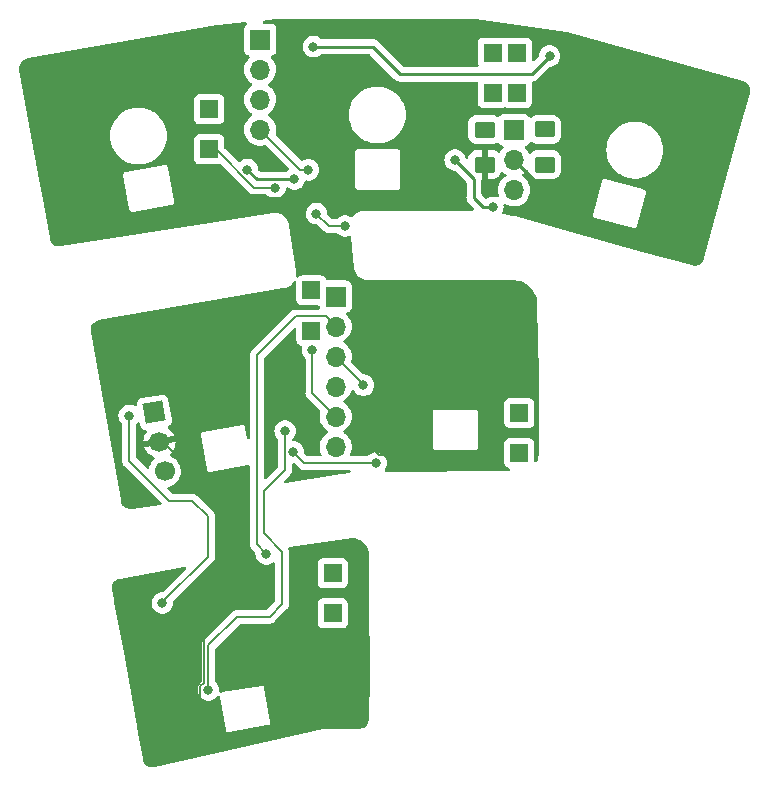
<source format=gtl>
G04 Layer: BottomSilkscreenLayer*
G04 EasyEDA v6.5.25, 2023-03-20 21:11:36*
**********************************至少这一行要换成自己的************************************
G04 Gerber Generator version 0.2*
G04 Scale: 100 percent, Rotated: No, Reflected: No *
G04 Dimensions in millimeters  *
G04 leading zeros omitted , absolute positions ,3 integer and 6 decimal *
G04 #@! TF.GenerationSoftware,KiCad,Pcbnew,7.0.7*
G04 #@! TF.CreationDate,2024-02-03T15:44:35+08:00*
G04 #@! TF.ProjectId,flex,666c6578-2e6b-4696-9361-645f70636258,rev?*
G04 #@! TF.SameCoordinates,Original*
G04 #@! TF.FileFunction,Copper,L1,Top*
G04 #@! TF.FilePolarity,Positive*
%FSLAX46Y46*%
G04 Gerber Fmt 4.6, Leading zero omitted, Abs format (unit mm)*
G04 Created by KiCad (PCBNEW 7.0.7) date 2024-02-03 15:44:35*
%MOMM*%
%LPD*%
G01*
G04 APERTURE LIST*
G04 Aperture macros list*
%AMRoundRect*
0 Rectangle with rounded corners*
0 $1 Rounding radius*
0 $2 $3 $4 $5 $6 $7 $8 $9 X,Y pos of 4 corners*
0 Add a 4 corners polygon primitive as box body*
4,1,4,$2,$3,$4,$5,$6,$7,$8,$9,$2,$3,0*
0 Add four circle primitives for the rounded corners*
1,1,$1+$1,$2,$3*
1,1,$1+$1,$4,$5*
1,1,$1+$1,$6,$7*
1,1,$1+$1,$8,$9*
0 Add four rect primitives between the rounded corners*
20,1,$1+$1,$2,$3,$4,$5,0*
20,1,$1+$1,$4,$5,$6,$7,0*
20,1,$1+$1,$6,$7,$8,$9,0*
20,1,$1+$1,$8,$9,$2,$3,0*%
%AMHorizOval*
0 Thick line with rounded ends*
0 $1 width*
0 $2 $3 position (X,Y) of the first rounded end (center of the circle)*
0 $4 $5 position (X,Y) of the second rounded end (center of the circle)*
0 Add line between two ends*
20,1,$1,$2,$3,$4,$5,0*
0 Add two circle primitives to create the rounded ends*
1,1,$1,$2,$3*
1,1,$1,$4,$5*%
%AMRotRect*
0 Rectangle, with rotation*
0 The origin of the aperture is its center*
0 $1 length*
0 $2 width*
0 $3 Rotation angle, in degrees counterclockwise*
0 Add horizontal line*
21,1,$1,$2,0,0,$3*%
G04 Aperture macros list end*
G04 #@! TA.AperFunction,ComponentPad*
%ADD10RotRect,1.700000X1.700000X10.000000*%
G04 #@! TD*
G04 #@! TA.AperFunction,ComponentPad*
%ADD11HorizOval,1.700000X0.000000X0.000000X0.000000X0.000000X0*%
G04 #@! TD*
G04 #@! TA.AperFunction,SMDPad,CuDef*
%ADD12R,1.524000X1.524000*%
G04 #@! TD*
G04 #@! TA.AperFunction,ComponentPad*
%ADD13R,1.700000X1.700000*%
G04 #@! TD*
G04 #@! TA.AperFunction,ComponentPad*
%ADD14O,1.700000X1.700000*%
G04 #@! TD*
G04 #@! TA.AperFunction,SMDPad,CuDef*
%ADD15RoundRect,0.250001X-0.624999X0.462499X-0.624999X-0.462499X0.624999X-0.462499X0.624999X0.462499X0*%
G04 #@! TD*
G04 #@! TA.AperFunction,ViaPad*
%ADD16C,0.800000*%
G04 #@! TD*
G04 #@! TA.AperFunction,Conductor*
%ADD17C,0.250000*%
G04 #@! TD*
G04 #@! TA.AperFunction,Conductor*
%ADD18C,0.152400*%
G04 #@! TD*
G04 APERTURE END LIST*
D10*
X68770000Y-77710000D03*
D11*
X69211066Y-80211412D03*
X69652133Y-82712823D03*
D12*
X73424526Y-52061785D03*
X73424526Y-55461785D03*
X83872275Y-91345142D03*
X83872275Y-94745142D03*
X82080000Y-70806000D03*
X82080000Y-67406000D03*
D13*
X84130000Y-67920000D03*
D14*
X84130000Y-70460000D03*
X84130000Y-73000000D03*
X84130000Y-75540000D03*
X84130000Y-78080000D03*
X84130000Y-80620000D03*
D15*
X96740526Y-53780285D03*
X96740526Y-56755285D03*
D12*
X99490526Y-47267785D03*
X99490526Y-50667785D03*
D13*
X77740526Y-46167785D03*
D14*
X77740526Y-48707785D03*
X77740526Y-51247785D03*
X77740526Y-53787785D03*
D15*
X101840526Y-53775285D03*
X101840526Y-56750285D03*
D12*
X97424526Y-47261785D03*
X97424526Y-50661785D03*
X99670000Y-77774000D03*
X99670000Y-81174000D03*
D13*
X99240526Y-53827785D03*
D14*
X99240526Y-56367785D03*
X99240526Y-58907785D03*
D16*
X94240526Y-56367785D03*
X97440526Y-60367785D03*
X78250000Y-89700000D03*
X78990000Y-58692785D03*
X81820000Y-57192785D03*
X82500000Y-60910000D03*
X84930000Y-61940000D03*
X82160000Y-72440000D03*
X102240526Y-47567785D03*
X82240526Y-46767785D03*
X86470000Y-75430000D03*
X66650000Y-78000000D03*
X69450000Y-93860000D03*
X79850000Y-79300000D03*
X73360000Y-101240000D03*
X86600000Y-80170000D03*
X76150000Y-83540484D03*
X79000000Y-104380000D03*
X87040526Y-59567785D03*
X95790000Y-81333800D03*
X74240526Y-58767785D03*
X103040526Y-61167785D03*
X76640526Y-57167785D03*
X80640526Y-57967785D03*
X87550000Y-82010000D03*
X80550000Y-81098368D03*
D17*
X96640526Y-60367785D02*
X97440526Y-60367785D01*
X95840526Y-57967785D02*
X95840526Y-59567785D01*
X95840526Y-59567785D02*
X96640526Y-60367785D01*
X94240526Y-56367785D02*
X95840526Y-57967785D01*
D18*
X77450000Y-72900000D02*
X77450000Y-88900000D01*
X77450000Y-88900000D02*
X78250000Y-89700000D01*
X84130000Y-70460000D02*
X83280000Y-69610000D01*
X83280000Y-69610000D02*
X80740000Y-69610000D01*
X80740000Y-69610000D02*
X77450000Y-72900000D01*
X77209234Y-58692785D02*
X73978234Y-55461785D01*
X73978234Y-55461785D02*
X73424526Y-55461785D01*
X78990000Y-58692785D02*
X77209234Y-58692785D01*
X82160000Y-76110000D02*
X84130000Y-78080000D01*
X82160000Y-72440000D02*
X82160000Y-76110000D01*
X81820000Y-57192785D02*
X81145526Y-57192785D01*
X84930000Y-61940000D02*
X83530000Y-61940000D01*
X81145526Y-57192785D02*
X77740526Y-53787785D01*
X83530000Y-61940000D02*
X82500000Y-60910000D01*
D17*
X87272829Y-46767785D02*
X89592229Y-49087185D01*
X89592229Y-49087185D02*
X100721126Y-49087185D01*
D18*
X86470000Y-75430000D02*
X86470000Y-75340000D01*
X86470000Y-75340000D02*
X84130000Y-73000000D01*
D17*
X100721126Y-49087185D02*
X102240526Y-47567785D01*
X82240526Y-46767785D02*
X87272829Y-46767785D01*
D18*
X70016449Y-85196449D02*
X66650000Y-81830000D01*
X73300425Y-89969575D02*
X73300425Y-86492622D01*
X73300425Y-86492622D02*
X72004252Y-85196449D01*
X69450000Y-93860000D02*
X69450000Y-93820000D01*
X66650000Y-81830000D02*
X66650000Y-78000000D01*
X72004252Y-85196449D02*
X70016449Y-85196449D01*
X69450000Y-93820000D02*
X73300425Y-89969575D01*
X79850000Y-79300000D02*
X79850000Y-82600000D01*
X79580000Y-89511294D02*
X79580000Y-93970000D01*
X75805578Y-95020000D02*
X73360000Y-97465578D01*
X78530000Y-95020000D02*
X75805578Y-95020000D01*
X79850000Y-82600000D02*
X78034727Y-84415273D01*
X79580000Y-93970000D02*
X78530000Y-95020000D01*
X73360000Y-97465578D02*
X73360000Y-101240000D01*
X78034727Y-87966021D02*
X79580000Y-89511294D01*
X78034727Y-84415273D02*
X78034727Y-87966021D01*
D17*
X103040526Y-60167785D02*
X99240526Y-56367785D01*
D18*
X86600000Y-80170000D02*
X87763800Y-81333800D01*
X72878316Y-83540484D02*
X76150000Y-83540484D01*
X78470000Y-104910000D02*
X79000000Y-104380000D01*
X72983800Y-92731548D02*
X72983800Y-100636200D01*
X87763800Y-81333800D02*
X95790000Y-81333800D01*
D17*
X74240526Y-58767785D02*
X75040526Y-59567785D01*
D18*
X72683800Y-100936200D02*
X72683800Y-104333800D01*
X76150000Y-89565348D02*
X72983800Y-92731548D01*
X69452605Y-80114773D02*
X72878316Y-83540484D01*
D17*
X103040526Y-61167785D02*
X103040526Y-60167785D01*
D18*
X72683800Y-104333800D02*
X73260000Y-104910000D01*
X72983800Y-100636200D02*
X72683800Y-100936200D01*
X76150000Y-83540484D02*
X76150000Y-89565348D01*
X73260000Y-104910000D02*
X78470000Y-104910000D01*
D17*
X75040526Y-59567785D02*
X87040526Y-59567785D01*
X77440526Y-57967785D02*
X80640526Y-57967785D01*
X76640526Y-57167785D02*
X77440526Y-57967785D01*
D18*
X81461632Y-82010000D02*
X87550000Y-82010000D01*
X80550000Y-81098368D02*
X81461632Y-82010000D01*
G04 #@! TA.AperFunction,Conductor*
G36*
X80763366Y-66605919D02*
G01*
X80803376Y-66664568D01*
X80809500Y-66703373D01*
X80809500Y-68216649D01*
X80816009Y-68277196D01*
X80816011Y-68277204D01*
X80867110Y-68414202D01*
X80867112Y-68414207D01*
X80954738Y-68531261D01*
X81071792Y-68618887D01*
X81071794Y-68618888D01*
X81071796Y-68618889D01*
X81112082Y-68633915D01*
X81208795Y-68669988D01*
X81208803Y-68669990D01*
X81269350Y-68676499D01*
X81269355Y-68676499D01*
X81269362Y-68676500D01*
X82645500Y-68676500D01*
X82713621Y-68696502D01*
X82760114Y-68750158D01*
X82771500Y-68802500D01*
X82771500Y-68818632D01*
X82771501Y-68818652D01*
X82778723Y-68885833D01*
X82766117Y-68955701D01*
X82717738Y-69007663D01*
X82653445Y-69025300D01*
X80782461Y-69025300D01*
X80774229Y-69024760D01*
X80740001Y-69020254D01*
X80740000Y-69020254D01*
X80573331Y-69042196D01*
X80560219Y-69051592D01*
X80445134Y-69099263D01*
X80445121Y-69099270D01*
X80322988Y-69192985D01*
X80301967Y-69220378D01*
X80296529Y-69226579D01*
X77066583Y-72456526D01*
X77060382Y-72461964D01*
X77032985Y-72482988D01*
X76975901Y-72557384D01*
X76939124Y-72605311D01*
X76938475Y-72607037D01*
X76880350Y-72747363D01*
X76880350Y-72747364D01*
X76873118Y-72802299D01*
X76860255Y-72900000D01*
X76864760Y-72934221D01*
X76865300Y-72942453D01*
X76865300Y-79844605D01*
X76845298Y-79912726D01*
X76791642Y-79959219D01*
X76721368Y-79969323D01*
X76656788Y-79939829D01*
X76618404Y-79880103D01*
X76615214Y-79866485D01*
X76548817Y-79489927D01*
X76474455Y-79068202D01*
X76474455Y-79068197D01*
X76460118Y-78986889D01*
X76453209Y-78947702D01*
X76447968Y-78940412D01*
X76434164Y-78915799D01*
X76430681Y-78907535D01*
X76423948Y-78901593D01*
X76405022Y-78880679D01*
X76404961Y-78880594D01*
X76399781Y-78873389D01*
X76391890Y-78869092D01*
X76368784Y-78852912D01*
X76362056Y-78846975D01*
X76362054Y-78846974D01*
X76362052Y-78846973D01*
X76353410Y-78844541D01*
X76327288Y-78833910D01*
X76319404Y-78829616D01*
X76319400Y-78829615D01*
X76310432Y-78829168D01*
X76282593Y-78824616D01*
X76273952Y-78822185D01*
X76273951Y-78822185D01*
X76251132Y-78826209D01*
X72925607Y-79412589D01*
X72925606Y-79412589D01*
X72870391Y-79422325D01*
X72835470Y-79428483D01*
X72828181Y-79433724D01*
X72803580Y-79447521D01*
X72795305Y-79451009D01*
X72795300Y-79451012D01*
X72789359Y-79457745D01*
X72768449Y-79476668D01*
X72761157Y-79481910D01*
X72756860Y-79489802D01*
X72740685Y-79512903D01*
X72734742Y-79519637D01*
X72732310Y-79528281D01*
X72721682Y-79554398D01*
X72717384Y-79562290D01*
X72717384Y-79562291D01*
X72716937Y-79571252D01*
X72712386Y-79599092D01*
X72709953Y-79607737D01*
X72713978Y-79630561D01*
X73229940Y-82556736D01*
X73229943Y-82556745D01*
X73230898Y-82562161D01*
X73230898Y-82562163D01*
X73240788Y-82618250D01*
X73246792Y-82652298D01*
X73252030Y-82659583D01*
X73265830Y-82684190D01*
X73269316Y-82692460D01*
X73269320Y-82692466D01*
X73276047Y-82698402D01*
X73294982Y-82719326D01*
X73300220Y-82726611D01*
X73308099Y-82730901D01*
X73331219Y-82747090D01*
X73337941Y-82753023D01*
X73337944Y-82753025D01*
X73346578Y-82755454D01*
X73372712Y-82766089D01*
X73380599Y-82770384D01*
X73389558Y-82770830D01*
X73417412Y-82775384D01*
X73426048Y-82777815D01*
X73516183Y-82761922D01*
X73516183Y-82761921D01*
X76717422Y-82197455D01*
X76787979Y-82205324D01*
X76843083Y-82250091D01*
X76865237Y-82317543D01*
X76865300Y-82321541D01*
X76865300Y-88857546D01*
X76864760Y-88865778D01*
X76860255Y-88899999D01*
X76865300Y-88938318D01*
X76880349Y-89052635D01*
X76880350Y-89052637D01*
X76917584Y-89142528D01*
X76939266Y-89194873D01*
X76963709Y-89226727D01*
X77032987Y-89317013D01*
X77032988Y-89317014D01*
X77032990Y-89317016D01*
X77060383Y-89338035D01*
X77066576Y-89343466D01*
X77196083Y-89472973D01*
X77302236Y-89579126D01*
X77336262Y-89641438D01*
X77338451Y-89681386D01*
X77336496Y-89699994D01*
X77336496Y-89699999D01*
X77356457Y-89889927D01*
X77382337Y-89969574D01*
X77415473Y-90071556D01*
X77415476Y-90071561D01*
X77510958Y-90236941D01*
X77510965Y-90236951D01*
X77638744Y-90378864D01*
X77694055Y-90419050D01*
X77793248Y-90491118D01*
X77967712Y-90568794D01*
X78154513Y-90608500D01*
X78345487Y-90608500D01*
X78532288Y-90568794D01*
X78706752Y-90491118D01*
X78795239Y-90426827D01*
X78862107Y-90402970D01*
X78931258Y-90419050D01*
X78980738Y-90469964D01*
X78995300Y-90528764D01*
X78995300Y-93675619D01*
X78975298Y-93743740D01*
X78958396Y-93764714D01*
X78324713Y-94398396D01*
X78262403Y-94432420D01*
X78235620Y-94435300D01*
X75848039Y-94435300D01*
X75839807Y-94434760D01*
X75805579Y-94430254D01*
X75805578Y-94430254D01*
X75657536Y-94449745D01*
X75652942Y-94450349D01*
X75581823Y-94479808D01*
X75510706Y-94509266D01*
X75510704Y-94509267D01*
X75510705Y-94509267D01*
X75510699Y-94509270D01*
X75388566Y-94602985D01*
X75367545Y-94630378D01*
X75362107Y-94636579D01*
X72976583Y-97022104D01*
X72970382Y-97027542D01*
X72942987Y-97048565D01*
X72883422Y-97126191D01*
X72849124Y-97170889D01*
X72848475Y-97172615D01*
X72790349Y-97312942D01*
X72775300Y-97427257D01*
X72770255Y-97465577D01*
X72770255Y-97465578D01*
X72774760Y-97499799D01*
X72775300Y-97508031D01*
X72775300Y-100483276D01*
X72755298Y-100551397D01*
X72742937Y-100567586D01*
X72620961Y-100703054D01*
X72620958Y-100703058D01*
X72525476Y-100868438D01*
X72525473Y-100868444D01*
X72514119Y-100903389D01*
X72466457Y-101050072D01*
X72446496Y-101240000D01*
X72466457Y-101429927D01*
X72488701Y-101498385D01*
X72525473Y-101611556D01*
X72525476Y-101611561D01*
X72620958Y-101776941D01*
X72620965Y-101776951D01*
X72748744Y-101918864D01*
X72748747Y-101918866D01*
X72903248Y-102031118D01*
X73077712Y-102108794D01*
X73264513Y-102148500D01*
X73455487Y-102148500D01*
X73642288Y-102108794D01*
X73816752Y-102031118D01*
X73971253Y-101918866D01*
X74099040Y-101776944D01*
X74106322Y-101764331D01*
X74157699Y-101715340D01*
X74227412Y-101701901D01*
X74293324Y-101728285D01*
X74334508Y-101786116D01*
X74339526Y-101805451D01*
X74829940Y-104586736D01*
X74829943Y-104586745D01*
X74846792Y-104682298D01*
X74852030Y-104689583D01*
X74865830Y-104714190D01*
X74869316Y-104722460D01*
X74869320Y-104722466D01*
X74876047Y-104728402D01*
X74894982Y-104749326D01*
X74900220Y-104756611D01*
X74908099Y-104760901D01*
X74931219Y-104777090D01*
X74937941Y-104783023D01*
X74937944Y-104783025D01*
X74946578Y-104785454D01*
X74972712Y-104796089D01*
X74980599Y-104800384D01*
X74989558Y-104800830D01*
X75017412Y-104805384D01*
X75026048Y-104807815D01*
X75116183Y-104791922D01*
X75116183Y-104791921D01*
X78354429Y-104220930D01*
X78374392Y-104217410D01*
X78374394Y-104217411D01*
X78464529Y-104201518D01*
X78471816Y-104196278D01*
X78496427Y-104182475D01*
X78504696Y-104178990D01*
X78510635Y-104172259D01*
X78531551Y-104153331D01*
X78538842Y-104148090D01*
X78543139Y-104140198D01*
X78559319Y-104117091D01*
X78565256Y-104110365D01*
X78567685Y-104101729D01*
X78578319Y-104075598D01*
X78582615Y-104067711D01*
X78583062Y-104058742D01*
X78587616Y-104030896D01*
X78590046Y-104022261D01*
X78574153Y-103932126D01*
X78574152Y-103932125D01*
X78074455Y-101098202D01*
X78074455Y-101098197D01*
X78065969Y-101050072D01*
X78053209Y-100977702D01*
X78047968Y-100970412D01*
X78034164Y-100945799D01*
X78030681Y-100937535D01*
X78023948Y-100931593D01*
X78005022Y-100910679D01*
X77999781Y-100903389D01*
X77991890Y-100899092D01*
X77968784Y-100882912D01*
X77962056Y-100876975D01*
X77962054Y-100876974D01*
X77962052Y-100876973D01*
X77953410Y-100874541D01*
X77927288Y-100863910D01*
X77919404Y-100859616D01*
X77919400Y-100859615D01*
X77910432Y-100859168D01*
X77882593Y-100854616D01*
X77873952Y-100852185D01*
X77873951Y-100852185D01*
X77851132Y-100856209D01*
X74531032Y-101441631D01*
X74531024Y-101441633D01*
X74525607Y-101442589D01*
X74525606Y-101442589D01*
X74435471Y-101458483D01*
X74435469Y-101458484D01*
X74421491Y-101460949D01*
X74421178Y-101459174D01*
X74367959Y-101465226D01*
X74304279Y-101433835D01*
X74267679Y-101373000D01*
X74264262Y-101327927D01*
X74273504Y-101240000D01*
X74253542Y-101050072D01*
X74194527Y-100868444D01*
X74099040Y-100703056D01*
X74068621Y-100669272D01*
X73977063Y-100567586D01*
X73946346Y-100503578D01*
X73944700Y-100483276D01*
X73944700Y-97759958D01*
X73964702Y-97691837D01*
X73981605Y-97670863D01*
X76010864Y-95641605D01*
X76073176Y-95607579D01*
X76099959Y-95604700D01*
X78487547Y-95604700D01*
X78495779Y-95605240D01*
X78529999Y-95609745D01*
X78530000Y-95609745D01*
X78568319Y-95604700D01*
X78568321Y-95604700D01*
X78682637Y-95589650D01*
X78764377Y-95555791D01*
X82601775Y-95555791D01*
X82608284Y-95616338D01*
X82608286Y-95616346D01*
X82659385Y-95753344D01*
X82659387Y-95753349D01*
X82747013Y-95870403D01*
X82864067Y-95958029D01*
X82864069Y-95958030D01*
X82864071Y-95958031D01*
X82923150Y-95980066D01*
X83001070Y-96009130D01*
X83001078Y-96009132D01*
X83061625Y-96015641D01*
X83061630Y-96015641D01*
X83061637Y-96015642D01*
X83061643Y-96015642D01*
X84682907Y-96015642D01*
X84682913Y-96015642D01*
X84682920Y-96015641D01*
X84682924Y-96015641D01*
X84743471Y-96009132D01*
X84743474Y-96009131D01*
X84743476Y-96009131D01*
X84880479Y-95958031D01*
X84997536Y-95870403D01*
X85085164Y-95753346D01*
X85136264Y-95616343D01*
X85136974Y-95609745D01*
X85142774Y-95555791D01*
X85142775Y-95555774D01*
X85142775Y-93934509D01*
X85142774Y-93934492D01*
X85136265Y-93873945D01*
X85136263Y-93873937D01*
X85104268Y-93788157D01*
X85085164Y-93736938D01*
X85085163Y-93736936D01*
X85085162Y-93736934D01*
X84997536Y-93619880D01*
X84880482Y-93532254D01*
X84880477Y-93532252D01*
X84743479Y-93481153D01*
X84743471Y-93481151D01*
X84682924Y-93474642D01*
X84682913Y-93474642D01*
X83061637Y-93474642D01*
X83061625Y-93474642D01*
X83001078Y-93481151D01*
X83001070Y-93481153D01*
X82864072Y-93532252D01*
X82864067Y-93532254D01*
X82747013Y-93619880D01*
X82659387Y-93736934D01*
X82659385Y-93736939D01*
X82608286Y-93873937D01*
X82608284Y-93873945D01*
X82601775Y-93934492D01*
X82601775Y-95555791D01*
X78764377Y-95555791D01*
X78783212Y-95547989D01*
X78824873Y-95530734D01*
X78869386Y-95496577D01*
X78947013Y-95437013D01*
X78968036Y-95409613D01*
X78973456Y-95403432D01*
X79963433Y-94413455D01*
X79969615Y-94408034D01*
X79997013Y-94387013D01*
X80056577Y-94309386D01*
X80090734Y-94264873D01*
X80090735Y-94264869D01*
X80090737Y-94264867D01*
X80121053Y-94191675D01*
X80121052Y-94191675D01*
X80149650Y-94122637D01*
X80164700Y-94008321D01*
X80164700Y-94008319D01*
X80169745Y-93970000D01*
X80165240Y-93935778D01*
X80164700Y-93927546D01*
X80164700Y-92155791D01*
X82601775Y-92155791D01*
X82608284Y-92216338D01*
X82608286Y-92216346D01*
X82659385Y-92353344D01*
X82659387Y-92353349D01*
X82747013Y-92470403D01*
X82864067Y-92558029D01*
X82864069Y-92558030D01*
X82864071Y-92558031D01*
X82888048Y-92566974D01*
X83001070Y-92609130D01*
X83001078Y-92609132D01*
X83061625Y-92615641D01*
X83061630Y-92615641D01*
X83061637Y-92615642D01*
X83061643Y-92615642D01*
X84682907Y-92615642D01*
X84682913Y-92615642D01*
X84682920Y-92615641D01*
X84682924Y-92615641D01*
X84743471Y-92609132D01*
X84743474Y-92609131D01*
X84743476Y-92609131D01*
X84880479Y-92558031D01*
X84997536Y-92470403D01*
X85085164Y-92353346D01*
X85136264Y-92216343D01*
X85142775Y-92155780D01*
X85142775Y-90534504D01*
X85138111Y-90491117D01*
X85136265Y-90473945D01*
X85136263Y-90473937D01*
X85085164Y-90336939D01*
X85085162Y-90336934D01*
X84997536Y-90219880D01*
X84880482Y-90132254D01*
X84880477Y-90132252D01*
X84743479Y-90081153D01*
X84743471Y-90081151D01*
X84682924Y-90074642D01*
X84682913Y-90074642D01*
X83061637Y-90074642D01*
X83061625Y-90074642D01*
X83001078Y-90081151D01*
X83001070Y-90081153D01*
X82864072Y-90132252D01*
X82864067Y-90132254D01*
X82747013Y-90219880D01*
X82659387Y-90336934D01*
X82659385Y-90336939D01*
X82608286Y-90473937D01*
X82608284Y-90473945D01*
X82601775Y-90534492D01*
X82601775Y-92155791D01*
X80164700Y-92155791D01*
X80164700Y-89553746D01*
X80165240Y-89545513D01*
X80169745Y-89511294D01*
X80169745Y-89511293D01*
X80164700Y-89472973D01*
X80149650Y-89358657D01*
X80121616Y-89290977D01*
X80114027Y-89220387D01*
X80145806Y-89156900D01*
X80206864Y-89120673D01*
X80220301Y-89118012D01*
X85497693Y-88368977D01*
X85524902Y-88368087D01*
X85703473Y-88381598D01*
X85716439Y-88382579D01*
X85735232Y-88385439D01*
X85935488Y-88431593D01*
X85953628Y-88437245D01*
X86144674Y-88513004D01*
X86161761Y-88521323D01*
X86339227Y-88624956D01*
X86354871Y-88635752D01*
X86514718Y-88764893D01*
X86528562Y-88777921D01*
X86667176Y-88929656D01*
X86678901Y-88944617D01*
X86793101Y-89115460D01*
X86802443Y-89132016D01*
X86889646Y-89318105D01*
X86896391Y-89335876D01*
X86954609Y-89532969D01*
X86958603Y-89551554D01*
X86986507Y-89755154D01*
X86987660Y-89774128D01*
X86984729Y-89972168D01*
X86984340Y-89978287D01*
X86983626Y-89984627D01*
X86983625Y-89995316D01*
X86983368Y-90000988D01*
X86980846Y-90028855D01*
X86982159Y-90041197D01*
X86981238Y-90041294D01*
X86983625Y-90056960D01*
X86983625Y-93257690D01*
X86983580Y-93258489D01*
X86983625Y-93283863D01*
X86983625Y-93309358D01*
X86983670Y-93310162D01*
X86995402Y-100031539D01*
X86909770Y-103658511D01*
X86907045Y-103674935D01*
X86907257Y-103674959D01*
X86905907Y-103687296D01*
X86908109Y-103712444D01*
X86908331Y-103719425D01*
X86908144Y-103727372D01*
X86908911Y-103736014D01*
X86909150Y-103742539D01*
X86907352Y-103861298D01*
X86904324Y-103886910D01*
X86877825Y-104005306D01*
X86869646Y-104029764D01*
X86819595Y-104140287D01*
X86806608Y-104162569D01*
X86735102Y-104260586D01*
X86717850Y-104279755D01*
X86627886Y-104361160D01*
X86607092Y-104376416D01*
X86502436Y-104437799D01*
X86478972Y-104448501D01*
X86364014Y-104487289D01*
X86338862Y-104492990D01*
X86209703Y-104508612D01*
X86202587Y-104509067D01*
X83067486Y-104531722D01*
X83067444Y-104531722D01*
X83045733Y-104531686D01*
X83044940Y-104531782D01*
X83044106Y-104531874D01*
X83022941Y-104536865D01*
X68824678Y-107752362D01*
X68824647Y-107752366D01*
X68776923Y-107763177D01*
X68770670Y-107764265D01*
X68667130Y-107776949D01*
X68626671Y-107781906D01*
X68601302Y-107782440D01*
X68466235Y-107771634D01*
X68441273Y-107767073D01*
X68311118Y-107729426D01*
X68287575Y-107719956D01*
X68167602Y-107656992D01*
X68146435Y-107642998D01*
X68041508Y-107557271D01*
X68023578Y-107539324D01*
X67937946Y-107434299D01*
X67923980Y-107413128D01*
X67861135Y-107293089D01*
X67851689Y-107269539D01*
X67837728Y-107221092D01*
X67811462Y-107129945D01*
X67810020Y-107123788D01*
X67803492Y-107087852D01*
X67803491Y-107087851D01*
X67801191Y-107075185D01*
X67801180Y-107075148D01*
X67407709Y-104910013D01*
X67291431Y-104270175D01*
X67291430Y-104270173D01*
X66084516Y-97628951D01*
X66084515Y-97628949D01*
X65391383Y-93814883D01*
X65390646Y-93809250D01*
X65386526Y-93788156D01*
X65382676Y-93766973D01*
X65381303Y-93761419D01*
X65336542Y-93532253D01*
X65181779Y-92739905D01*
X65180892Y-92733754D01*
X65167543Y-92591892D01*
X65167673Y-92566974D01*
X65181524Y-92434611D01*
X65186552Y-92410218D01*
X65226187Y-92283150D01*
X65235914Y-92260234D01*
X65299772Y-92143466D01*
X65313830Y-92122896D01*
X65399419Y-92020979D01*
X65417248Y-92003578D01*
X65521227Y-91920493D01*
X65542123Y-91906949D01*
X65660413Y-91845953D01*
X65683567Y-91836784D01*
X65820396Y-91797736D01*
X65826460Y-91796326D01*
X65826909Y-91796245D01*
X71314624Y-90803887D01*
X71385214Y-90811448D01*
X71440512Y-90855974D01*
X71462960Y-90923328D01*
X71445429Y-90992127D01*
X71426137Y-91016971D01*
X69528513Y-92914596D01*
X69466203Y-92948620D01*
X69439420Y-92951500D01*
X69354513Y-92951500D01*
X69167711Y-92991206D01*
X68993247Y-93068882D01*
X68838744Y-93181135D01*
X68710965Y-93323048D01*
X68710958Y-93323058D01*
X68615476Y-93488438D01*
X68615473Y-93488445D01*
X68556457Y-93670072D01*
X68536496Y-93860000D01*
X68556457Y-94049927D01*
X68580082Y-94122635D01*
X68615473Y-94231556D01*
X68615476Y-94231561D01*
X68710958Y-94396941D01*
X68710965Y-94396951D01*
X68838744Y-94538864D01*
X68838747Y-94538866D01*
X68993248Y-94651118D01*
X69167712Y-94728794D01*
X69354513Y-94768500D01*
X69545487Y-94768500D01*
X69732288Y-94728794D01*
X69906752Y-94651118D01*
X70061253Y-94538866D01*
X70061255Y-94538864D01*
X70189034Y-94396951D01*
X70189035Y-94396949D01*
X70189040Y-94396944D01*
X70284527Y-94231556D01*
X70343542Y-94049928D01*
X70363504Y-93860000D01*
X70357743Y-93805193D01*
X70370515Y-93735358D01*
X70393955Y-93702933D01*
X73683857Y-90413031D01*
X73690040Y-90407609D01*
X73717438Y-90386588D01*
X73808314Y-90268155D01*
X73811159Y-90264448D01*
X73843344Y-90186746D01*
X73870075Y-90122212D01*
X73885125Y-90007896D01*
X73885125Y-90007894D01*
X73890170Y-89969575D01*
X73885665Y-89935353D01*
X73885125Y-89927121D01*
X73885125Y-86535074D01*
X73885665Y-86526841D01*
X73890170Y-86492622D01*
X73890170Y-86492621D01*
X73885125Y-86454301D01*
X73870075Y-86339986D01*
X73835562Y-86256665D01*
X73811160Y-86197751D01*
X73811159Y-86197750D01*
X73811159Y-86197749D01*
X73740967Y-86106273D01*
X73717438Y-86075609D01*
X73690044Y-86054589D01*
X73683854Y-86049160D01*
X72447713Y-84813020D01*
X72442286Y-84806832D01*
X72430057Y-84790894D01*
X72421264Y-84779434D01*
X72343638Y-84719871D01*
X72299124Y-84685714D01*
X72257464Y-84668459D01*
X72231511Y-84657709D01*
X72156889Y-84626799D01*
X72156888Y-84626798D01*
X72069169Y-84615250D01*
X72042573Y-84611749D01*
X72042571Y-84611749D01*
X72004252Y-84606704D01*
X72004251Y-84606704D01*
X71970030Y-84611209D01*
X71961798Y-84611749D01*
X70310829Y-84611749D01*
X70242708Y-84591747D01*
X70221734Y-84574844D01*
X69897948Y-84251058D01*
X69863922Y-84188746D01*
X69868987Y-84117931D01*
X69911534Y-84061095D01*
X69966305Y-84037681D01*
X69986768Y-84034267D01*
X70199707Y-83961165D01*
X70397709Y-83854012D01*
X70575373Y-83715729D01*
X70727855Y-83550091D01*
X70850993Y-83361614D01*
X70941429Y-83155439D01*
X70996697Y-82937191D01*
X71015289Y-82712823D01*
X70996697Y-82488455D01*
X70981137Y-82427011D01*
X70941430Y-82270210D01*
X70941429Y-82270209D01*
X70941429Y-82270207D01*
X70850993Y-82064032D01*
X70799130Y-81984649D01*
X70727857Y-81875557D01*
X70727853Y-81875552D01*
X70575370Y-81709914D01*
X70483547Y-81638445D01*
X70397709Y-81571634D01*
X70199707Y-81464481D01*
X70199701Y-81464479D01*
X70199699Y-81464478D01*
X70150934Y-81447736D01*
X70093000Y-81406699D01*
X70066449Y-81340854D01*
X70079711Y-81271107D01*
X70114460Y-81229130D01*
X70133968Y-81213946D01*
X70286391Y-81048370D01*
X70409485Y-80859960D01*
X70499886Y-80653868D01*
X70499889Y-80653861D01*
X70555133Y-80435704D01*
X70572235Y-80229319D01*
X69858946Y-80355091D01*
X69788386Y-80347222D01*
X69733283Y-80302454D01*
X69711129Y-80235003D01*
X69711066Y-80231005D01*
X69711066Y-80139522D01*
X69674196Y-80013955D01*
X69674196Y-79942959D01*
X69712580Y-79883233D01*
X69773212Y-79854371D01*
X70482494Y-79729306D01*
X70409485Y-79562863D01*
X70286391Y-79374453D01*
X70133968Y-79208877D01*
X69956541Y-79070780D01*
X69915070Y-79013155D01*
X69911336Y-78942256D01*
X69946526Y-78880594D01*
X69970062Y-78862736D01*
X70075447Y-78800772D01*
X70092870Y-78782207D01*
X70175507Y-78694150D01*
X70175506Y-78694150D01*
X70175509Y-78694148D01*
X70241479Y-78563653D01*
X70268013Y-78419858D01*
X70263908Y-78359085D01*
X69951814Y-76589113D01*
X69934886Y-76530601D01*
X69860772Y-76404553D01*
X69860771Y-76404552D01*
X69860770Y-76404550D01*
X69754150Y-76304492D01*
X69754147Y-76304490D01*
X69690327Y-76272227D01*
X69623653Y-76238521D01*
X69623651Y-76238520D01*
X69623652Y-76238520D01*
X69479861Y-76211987D01*
X69479853Y-76211986D01*
X69419091Y-76216091D01*
X69419084Y-76216092D01*
X67649113Y-76528186D01*
X67590601Y-76545113D01*
X67464550Y-76619229D01*
X67364492Y-76725849D01*
X67364490Y-76725852D01*
X67298520Y-76856348D01*
X67271987Y-77000138D01*
X67271986Y-77000146D01*
X67276091Y-77060908D01*
X67276093Y-77060926D01*
X67277682Y-77069937D01*
X67269812Y-77140496D01*
X67225044Y-77195599D01*
X67157591Y-77217751D01*
X67102347Y-77206921D01*
X66932288Y-77131206D01*
X66745487Y-77091500D01*
X66554513Y-77091500D01*
X66367711Y-77131206D01*
X66193247Y-77208882D01*
X66038744Y-77321135D01*
X65910965Y-77463048D01*
X65910958Y-77463058D01*
X65815476Y-77628438D01*
X65815473Y-77628445D01*
X65756457Y-77810072D01*
X65736496Y-78000000D01*
X65756457Y-78189927D01*
X65786526Y-78282470D01*
X65815473Y-78371556D01*
X65815476Y-78371561D01*
X65902687Y-78522616D01*
X65910960Y-78536944D01*
X66032936Y-78672412D01*
X66063653Y-78736419D01*
X66065300Y-78756722D01*
X66065300Y-81787546D01*
X66064760Y-81795778D01*
X66061654Y-81819372D01*
X66060255Y-81830000D01*
X66065300Y-81868318D01*
X66065300Y-81868321D01*
X66070552Y-81908215D01*
X66080349Y-81982635D01*
X66122010Y-82083212D01*
X66139265Y-82124872D01*
X66139266Y-82124874D01*
X66158408Y-82149819D01*
X66232987Y-82247013D01*
X66260383Y-82268035D01*
X66266576Y-82273466D01*
X67847121Y-83854011D01*
X69351359Y-85358249D01*
X69385385Y-85420561D01*
X69380320Y-85491376D01*
X69337773Y-85548212D01*
X69278064Y-85572349D01*
X66930366Y-85869094D01*
X66912048Y-85870064D01*
X66909137Y-85870005D01*
X66876426Y-85875830D01*
X66873284Y-85876309D01*
X66866017Y-85877227D01*
X66863027Y-85877533D01*
X66726001Y-85888252D01*
X66701306Y-85887756D01*
X66570320Y-85872191D01*
X66546196Y-85866886D01*
X66420767Y-85826067D01*
X66398142Y-85816158D01*
X66283085Y-85751653D01*
X66262827Y-85737520D01*
X66162569Y-85651811D01*
X66145458Y-85633998D01*
X66063840Y-85530368D01*
X66050533Y-85509560D01*
X65990702Y-85392002D01*
X65981715Y-85369011D01*
X65943289Y-85232526D01*
X65941911Y-85226515D01*
X65935557Y-85190835D01*
X65935555Y-85190833D01*
X65933275Y-85178027D01*
X65933271Y-85178011D01*
X65832404Y-84611749D01*
X65250273Y-81343681D01*
X64066548Y-74698286D01*
X64066547Y-74698285D01*
X63392282Y-70912990D01*
X63392282Y-70912966D01*
X63389189Y-70895605D01*
X63382736Y-70859391D01*
X63381953Y-70853266D01*
X63370927Y-70712461D01*
X63371421Y-70687764D01*
X63386980Y-70556757D01*
X63392280Y-70532649D01*
X63433099Y-70407196D01*
X63443002Y-70384581D01*
X63507511Y-70269502D01*
X63521634Y-70249257D01*
X63607355Y-70148973D01*
X63625158Y-70131870D01*
X63728799Y-70050237D01*
X63749598Y-70036935D01*
X63867170Y-69977092D01*
X63890162Y-69968105D01*
X64025546Y-69929986D01*
X64031784Y-69928567D01*
X79709343Y-67193813D01*
X79709366Y-67193813D01*
X79716436Y-67192579D01*
X79716558Y-67192592D01*
X79764058Y-67184277D01*
X79764059Y-67184278D01*
X79767415Y-67183690D01*
X79777536Y-67181919D01*
X79789933Y-67179757D01*
X79790056Y-67179728D01*
X79811088Y-67176046D01*
X79865329Y-67166554D01*
X80058928Y-67097284D01*
X80237931Y-66996104D01*
X80397123Y-66865962D01*
X80531869Y-66710647D01*
X80575672Y-66638187D01*
X80628030Y-66590240D01*
X80698000Y-66578210D01*
X80763366Y-66605919D01*
G37*
G04 #@! TD.AperFunction*
G04 #@! TA.AperFunction,Conductor*
G36*
X95886316Y-44441761D02*
G01*
X95887698Y-44441792D01*
X95921183Y-44442553D01*
X95923980Y-44442680D01*
X95940678Y-44443819D01*
X95957362Y-44444958D01*
X95960188Y-44445215D01*
X95994815Y-44449162D01*
X95994815Y-44449160D01*
X95995030Y-44449185D01*
X95997736Y-44449556D01*
X95999645Y-44449818D01*
X96050520Y-44456790D01*
X96050547Y-44456790D01*
X103593927Y-45490104D01*
X103593954Y-45490108D01*
X103593954Y-45490109D01*
X103607944Y-45492351D01*
X103628395Y-45495629D01*
X103631199Y-45496144D01*
X103639089Y-45497777D01*
X103663955Y-45502927D01*
X103666673Y-45503554D01*
X103700499Y-45512174D01*
X103700499Y-45512173D01*
X103700571Y-45512192D01*
X118657164Y-49688148D01*
X118663001Y-49690092D01*
X118794658Y-49741241D01*
X118816685Y-49752396D01*
X118927959Y-49823230D01*
X118947392Y-49838469D01*
X118966924Y-49857152D01*
X119042720Y-49929655D01*
X119058804Y-49948390D01*
X119134509Y-50056412D01*
X119146633Y-50077928D01*
X119199816Y-50198651D01*
X119207507Y-50222109D01*
X119228004Y-50314359D01*
X119236119Y-50350882D01*
X119239087Y-50375399D01*
X119242031Y-50507285D01*
X119240159Y-50531912D01*
X119215676Y-50671188D01*
X119214306Y-50677226D01*
X118148942Y-54492924D01*
X118148942Y-54492930D01*
X116339509Y-60973594D01*
X115299692Y-64697794D01*
X115289800Y-64733221D01*
X115287847Y-64739090D01*
X115236718Y-64870737D01*
X115225562Y-64892774D01*
X115154735Y-65004057D01*
X115139495Y-65023493D01*
X115048319Y-65118823D01*
X115029578Y-65134915D01*
X114921552Y-65210627D01*
X114900033Y-65222753D01*
X114779322Y-65275931D01*
X114755853Y-65283625D01*
X114627080Y-65312235D01*
X114602557Y-65315203D01*
X114470678Y-65318140D01*
X114446049Y-65316267D01*
X114307167Y-65291842D01*
X114301152Y-65290478D01*
X114297806Y-65289545D01*
X114296265Y-65289115D01*
X110099409Y-64117332D01*
X110099388Y-64117325D01*
X106761856Y-63185470D01*
X103428987Y-62254916D01*
X103428966Y-62254909D01*
X99351208Y-61116379D01*
X99318002Y-61107105D01*
X99318001Y-61107105D01*
X99264931Y-61094853D01*
X99243743Y-61090964D01*
X99211319Y-61085014D01*
X99184329Y-61081319D01*
X99178846Y-61080568D01*
X99094354Y-61068994D01*
X105904711Y-61068994D01*
X105906380Y-61077813D01*
X105908488Y-61105936D01*
X105908152Y-61114911D01*
X105908153Y-61114916D01*
X105911744Y-61123146D01*
X105920059Y-61150103D01*
X105921727Y-61158919D01*
X105921728Y-61158921D01*
X105927060Y-61166146D01*
X105941161Y-61190569D01*
X105944754Y-61198803D01*
X105951553Y-61204654D01*
X105970742Y-61225335D01*
X105976075Y-61232561D01*
X105976076Y-61232561D01*
X105976077Y-61232563D01*
X105982910Y-61236174D01*
X105984009Y-61236755D01*
X106007326Y-61252652D01*
X106014127Y-61258505D01*
X106081328Y-61276511D01*
X106100156Y-61281556D01*
X106102534Y-61282193D01*
X109364298Y-62156181D01*
X109364299Y-62156181D01*
X109386681Y-62162178D01*
X109392178Y-62161137D01*
X109395492Y-62160511D01*
X109423633Y-62158401D01*
X109432605Y-62158737D01*
X109440829Y-62155148D01*
X109467800Y-62146829D01*
X109469422Y-62146521D01*
X109476611Y-62145162D01*
X109483833Y-62139831D01*
X109508269Y-62125724D01*
X109516493Y-62122136D01*
X109522346Y-62115334D01*
X109543026Y-62096146D01*
X109550253Y-62090813D01*
X109554444Y-62082881D01*
X109570345Y-62059560D01*
X109576195Y-62052763D01*
X109599883Y-61964356D01*
X109599882Y-61964355D01*
X110362393Y-59118633D01*
X110376340Y-59066579D01*
X110374671Y-59057763D01*
X110372563Y-59029623D01*
X110372899Y-59020655D01*
X110369306Y-59012422D01*
X110360992Y-58985468D01*
X110359324Y-58976649D01*
X110353997Y-58969431D01*
X110339886Y-58944991D01*
X110336298Y-58936766D01*
X110329494Y-58930910D01*
X110310307Y-58910231D01*
X110304976Y-58903009D01*
X110304974Y-58903006D01*
X110297041Y-58898814D01*
X110273731Y-58882922D01*
X110266925Y-58877065D01*
X110266923Y-58877064D01*
X110172522Y-58851768D01*
X110172497Y-58851763D01*
X106957875Y-57990407D01*
X106894369Y-57973390D01*
X106885545Y-57975060D01*
X106857416Y-57977168D01*
X106848450Y-57976832D01*
X106848447Y-57976833D01*
X106840216Y-57980424D01*
X106813268Y-57988736D01*
X106804443Y-57990406D01*
X106804436Y-57990409D01*
X106797207Y-57995744D01*
X106772786Y-58009843D01*
X106764562Y-58013431D01*
X106764554Y-58013437D01*
X106758702Y-58020237D01*
X106738031Y-58039417D01*
X106730800Y-58044754D01*
X106730797Y-58044757D01*
X106726600Y-58052699D01*
X106710711Y-58076004D01*
X106704856Y-58082807D01*
X106689353Y-58140670D01*
X105911788Y-61042583D01*
X105904711Y-61068991D01*
X105904711Y-61068994D01*
X99094354Y-61068994D01*
X98344496Y-60966276D01*
X98279720Y-60937214D01*
X98240939Y-60877745D01*
X98240466Y-60806750D01*
X98252474Y-60778447D01*
X98275053Y-60739341D01*
X98334068Y-60557713D01*
X98354030Y-60367785D01*
X98334993Y-60186660D01*
X98347765Y-60116823D01*
X98396267Y-60064976D01*
X98465100Y-60047582D01*
X98520269Y-60062676D01*
X98652189Y-60134067D01*
X98692952Y-60156127D01*
X98692954Y-60156128D01*
X98756249Y-60177857D01*
X98905891Y-60229229D01*
X99127957Y-60266285D01*
X99127961Y-60266285D01*
X99353091Y-60266285D01*
X99353095Y-60266285D01*
X99575161Y-60229229D01*
X99788100Y-60156127D01*
X99986102Y-60048974D01*
X100163766Y-59910691D01*
X100316248Y-59745053D01*
X100439386Y-59556576D01*
X100529822Y-59350401D01*
X100585090Y-59132153D01*
X100603682Y-58907785D01*
X100585090Y-58683417D01*
X100529822Y-58465169D01*
X100439386Y-58258994D01*
X100373216Y-58157713D01*
X100316250Y-58070519D01*
X100316246Y-58070514D01*
X100175874Y-57918032D01*
X100163766Y-57904879D01*
X100163765Y-57904878D01*
X100163763Y-57904876D01*
X100079020Y-57838918D01*
X99986102Y-57766596D01*
X99952318Y-57748313D01*
X99901928Y-57698301D01*
X99886576Y-57628984D01*
X99911136Y-57562371D01*
X99952319Y-57526686D01*
X99985826Y-57508552D01*
X99985827Y-57508552D01*
X100163428Y-57370319D01*
X100247938Y-57278516D01*
X100308790Y-57241945D01*
X100379755Y-57244078D01*
X100438301Y-57284239D01*
X100465840Y-57349677D01*
X100465987Y-57351044D01*
X100467638Y-57367206D01*
X100467638Y-57367208D01*
X100467639Y-57367210D01*
X100523411Y-57535523D01*
X100581059Y-57628984D01*
X100616496Y-57686436D01*
X100616501Y-57686442D01*
X100741868Y-57811809D01*
X100741874Y-57811814D01*
X100741875Y-57811815D01*
X100892788Y-57904900D01*
X101061101Y-57960672D01*
X101089432Y-57963566D01*
X101164974Y-57971285D01*
X101164982Y-57971285D01*
X102516078Y-57971285D01*
X102585324Y-57964209D01*
X102619951Y-57960672D01*
X102788264Y-57904900D01*
X102939177Y-57811815D01*
X103064556Y-57686436D01*
X103157641Y-57535523D01*
X103213413Y-57367210D01*
X103217741Y-57324845D01*
X103224026Y-57263337D01*
X103224026Y-56237232D01*
X103215924Y-56157941D01*
X103213413Y-56133360D01*
X103157641Y-55965047D01*
X103064556Y-55814134D01*
X103064555Y-55814133D01*
X103064550Y-55814127D01*
X102939183Y-55688760D01*
X102939177Y-55688755D01*
X102856181Y-55637562D01*
X102788264Y-55595670D01*
X102619951Y-55539898D01*
X102619949Y-55539897D01*
X102619947Y-55539897D01*
X102516078Y-55529285D01*
X102516070Y-55529285D01*
X101164982Y-55529285D01*
X101164974Y-55529285D01*
X101061104Y-55539897D01*
X100892788Y-55595670D01*
X100892786Y-55595671D01*
X100741874Y-55688755D01*
X100741868Y-55688760D01*
X100652417Y-55778212D01*
X100590105Y-55812238D01*
X100519290Y-55807173D01*
X100462454Y-55764626D01*
X100447934Y-55739729D01*
X100438944Y-55719235D01*
X100315851Y-55530826D01*
X100312336Y-55527008D01*
X107045702Y-55527008D01*
X107064666Y-55828441D01*
X107064669Y-55828465D01*
X107092560Y-55974673D01*
X107121267Y-56125162D01*
X107214607Y-56412432D01*
X107219464Y-56422754D01*
X107343212Y-56685733D01*
X107343220Y-56685747D01*
X107505059Y-56940765D01*
X107505061Y-56940768D01*
X107697598Y-57173505D01*
X107697600Y-57173507D01*
X107917786Y-57380276D01*
X108155821Y-57553218D01*
X108162153Y-57557818D01*
X108426844Y-57703334D01*
X108586626Y-57766596D01*
X108707680Y-57814525D01*
X108707683Y-57814525D01*
X108707686Y-57814527D01*
X109000250Y-57889644D01*
X109000256Y-57889644D01*
X109000257Y-57889645D01*
X109120821Y-57904876D01*
X109299921Y-57927502D01*
X109299924Y-57927502D01*
X109601972Y-57927502D01*
X109601975Y-57927502D01*
X109901646Y-57889644D01*
X110194210Y-57814527D01*
X110475052Y-57703334D01*
X110739743Y-57557818D01*
X110984110Y-57380276D01*
X111204297Y-57173506D01*
X111396833Y-56940770D01*
X111558681Y-56685738D01*
X111687289Y-56412432D01*
X111780629Y-56125162D01*
X111837228Y-55828459D01*
X111842810Y-55739729D01*
X111856194Y-55527008D01*
X111856194Y-55526995D01*
X111837229Y-55225562D01*
X111837228Y-55225545D01*
X111780629Y-54928842D01*
X111687289Y-54641572D01*
X111558681Y-54368266D01*
X111538537Y-54336524D01*
X111396836Y-54113238D01*
X111396834Y-54113235D01*
X111204297Y-53880498D01*
X111204295Y-53880496D01*
X110984109Y-53673727D01*
X110739745Y-53496187D01*
X110642522Y-53442738D01*
X110475052Y-53350670D01*
X110394218Y-53318665D01*
X110194215Y-53239478D01*
X110194208Y-53239476D01*
X109901638Y-53164358D01*
X109601989Y-53126503D01*
X109601977Y-53126502D01*
X109601975Y-53126502D01*
X109299921Y-53126502D01*
X109299918Y-53126502D01*
X109299906Y-53126503D01*
X109000257Y-53164358D01*
X108707687Y-53239476D01*
X108707680Y-53239478D01*
X108426844Y-53350670D01*
X108162150Y-53496187D01*
X107917787Y-53673727D01*
X107917786Y-53673727D01*
X107697600Y-53880496D01*
X107697598Y-53880498D01*
X107505061Y-54113235D01*
X107505059Y-54113238D01*
X107343220Y-54368256D01*
X107343212Y-54368270D01*
X107214610Y-54641565D01*
X107214608Y-54641569D01*
X107121268Y-54928838D01*
X107121266Y-54928846D01*
X107064669Y-55225538D01*
X107064666Y-55225562D01*
X107045702Y-55526995D01*
X107045702Y-55527008D01*
X100312336Y-55527008D01*
X100172544Y-55375152D01*
X100141124Y-55311487D01*
X100149111Y-55240941D01*
X100193970Y-55185912D01*
X100221205Y-55171762D01*
X100336730Y-55128674D01*
X100453787Y-55041046D01*
X100536994Y-54929895D01*
X100541413Y-54923992D01*
X100541413Y-54923991D01*
X100541415Y-54923989D01*
X100551723Y-54896350D01*
X100594269Y-54839517D01*
X100660789Y-54814706D01*
X100730163Y-54829797D01*
X100735925Y-54833145D01*
X100741875Y-54836815D01*
X100892788Y-54929900D01*
X101061101Y-54985672D01*
X101089432Y-54988566D01*
X101164974Y-54996285D01*
X101164982Y-54996285D01*
X102516078Y-54996285D01*
X102585324Y-54989209D01*
X102619951Y-54985672D01*
X102788264Y-54929900D01*
X102939177Y-54836815D01*
X103064556Y-54711436D01*
X103157641Y-54560523D01*
X103213413Y-54392210D01*
X103219102Y-54336524D01*
X103224026Y-54288337D01*
X103224026Y-53262232D01*
X103216066Y-53184330D01*
X103213413Y-53158360D01*
X103157641Y-52990047D01*
X103064556Y-52839134D01*
X103064555Y-52839133D01*
X103064550Y-52839127D01*
X102939183Y-52713760D01*
X102939177Y-52713755D01*
X102887150Y-52681664D01*
X102788264Y-52620670D01*
X102619951Y-52564898D01*
X102619949Y-52564897D01*
X102619947Y-52564897D01*
X102516078Y-52554285D01*
X102516070Y-52554285D01*
X101164982Y-52554285D01*
X101164974Y-52554285D01*
X101061104Y-52564897D01*
X100892788Y-52620670D01*
X100892786Y-52620671D01*
X100741874Y-52713755D01*
X100741868Y-52713760D01*
X100722424Y-52733205D01*
X100660112Y-52767231D01*
X100589297Y-52762166D01*
X100532461Y-52719619D01*
X100453787Y-52614523D01*
X100336733Y-52526897D01*
X100336728Y-52526895D01*
X100199730Y-52475796D01*
X100199722Y-52475794D01*
X100139175Y-52469285D01*
X100139164Y-52469285D01*
X98341888Y-52469285D01*
X98341876Y-52469285D01*
X98281329Y-52475794D01*
X98281321Y-52475796D01*
X98144323Y-52526895D01*
X98144318Y-52526897D01*
X98027266Y-52614522D01*
X97983479Y-52673015D01*
X97926643Y-52715561D01*
X97855827Y-52720625D01*
X97816467Y-52704747D01*
X97688264Y-52625670D01*
X97519951Y-52569898D01*
X97519949Y-52569897D01*
X97519947Y-52569897D01*
X97416078Y-52559285D01*
X97416070Y-52559285D01*
X96064982Y-52559285D01*
X96064974Y-52559285D01*
X95961104Y-52569897D01*
X95792788Y-52625670D01*
X95792786Y-52625671D01*
X95641874Y-52718755D01*
X95641868Y-52718760D01*
X95516501Y-52844127D01*
X95516496Y-52844133D01*
X95423412Y-52995045D01*
X95423411Y-52995047D01*
X95367638Y-53163363D01*
X95357026Y-53267232D01*
X95357026Y-54293337D01*
X95357025Y-54293337D01*
X95367638Y-54397206D01*
X95367638Y-54397208D01*
X95367639Y-54397210D01*
X95423411Y-54565523D01*
X95452527Y-54612727D01*
X95516496Y-54716436D01*
X95516501Y-54716442D01*
X95641868Y-54841809D01*
X95641874Y-54841814D01*
X95641875Y-54841815D01*
X95792788Y-54934900D01*
X95961101Y-54990672D01*
X95989432Y-54993566D01*
X96064974Y-55001285D01*
X96064982Y-55001285D01*
X97416078Y-55001285D01*
X97485324Y-54994209D01*
X97519951Y-54990672D01*
X97688264Y-54934900D01*
X97767811Y-54885834D01*
X97836291Y-54867096D01*
X97904030Y-54888355D01*
X97934827Y-54917565D01*
X98027264Y-55041046D01*
X98144318Y-55128672D01*
X98144322Y-55128674D01*
X98259838Y-55171760D01*
X98316674Y-55214307D01*
X98341484Y-55280827D01*
X98326392Y-55350201D01*
X98308507Y-55375152D01*
X98165200Y-55530826D01*
X98056570Y-55697098D01*
X98002566Y-55743186D01*
X97932218Y-55752761D01*
X97867861Y-55722784D01*
X97861992Y-55717277D01*
X97838871Y-55694156D01*
X97838865Y-55694151D01*
X97688051Y-55601127D01*
X97519847Y-55545391D01*
X97519844Y-55545390D01*
X97416041Y-55534785D01*
X96994526Y-55534785D01*
X96994526Y-57975784D01*
X97416033Y-57975784D01*
X97519844Y-57965179D01*
X97688051Y-57909442D01*
X97838865Y-57816418D01*
X97838871Y-57816413D01*
X97964154Y-57691130D01*
X97964159Y-57691124D01*
X98057183Y-57540309D01*
X98100206Y-57410473D01*
X98140620Y-57352101D01*
X98206176Y-57324845D01*
X98276061Y-57337358D01*
X98312513Y-57364769D01*
X98317620Y-57370316D01*
X98495224Y-57508552D01*
X98495230Y-57508556D01*
X98528733Y-57526687D01*
X98579123Y-57576700D01*
X98594475Y-57646017D01*
X98569914Y-57712630D01*
X98528733Y-57748313D01*
X98494956Y-57766592D01*
X98494950Y-57766596D01*
X98317288Y-57904876D01*
X98164805Y-58070514D01*
X98164801Y-58070519D01*
X98041667Y-58258991D01*
X97951229Y-58465171D01*
X97951228Y-58465172D01*
X97895963Y-58683409D01*
X97895962Y-58683415D01*
X97895962Y-58683417D01*
X97877370Y-58907785D01*
X97894109Y-59109796D01*
X97895963Y-59132160D01*
X97951228Y-59350397D01*
X97951230Y-59350403D01*
X97956887Y-59363300D01*
X97965930Y-59433718D01*
X97935466Y-59497847D01*
X97875168Y-59535326D01*
X97804180Y-59534255D01*
X97790256Y-59529018D01*
X97722814Y-59498991D01*
X97536013Y-59459285D01*
X97345039Y-59459285D01*
X97158237Y-59498991D01*
X96983773Y-59576667D01*
X96932719Y-59613760D01*
X96865851Y-59637618D01*
X96796700Y-59621536D01*
X96769564Y-59600918D01*
X96510931Y-59342285D01*
X96476905Y-59279973D01*
X96474026Y-59253190D01*
X96474026Y-58051639D01*
X96475774Y-58035801D01*
X96475482Y-58035774D01*
X96476322Y-58026884D01*
X96476927Y-58025368D01*
X96477062Y-58024147D01*
X96477959Y-58020135D01*
X96478929Y-58020351D01*
X96486526Y-58001321D01*
X96486526Y-55534785D01*
X96065018Y-55534785D01*
X95961207Y-55545390D01*
X95793000Y-55601127D01*
X95642186Y-55694151D01*
X95642180Y-55694156D01*
X95516897Y-55819439D01*
X95516892Y-55819445D01*
X95423868Y-55970259D01*
X95365969Y-56144991D01*
X95364672Y-56144561D01*
X95334409Y-56200413D01*
X95272208Y-56234639D01*
X95201376Y-56229804D01*
X95144403Y-56187441D01*
X95125193Y-56150543D01*
X95116946Y-56125162D01*
X95075053Y-55996229D01*
X94979566Y-55830841D01*
X94979564Y-55830839D01*
X94979560Y-55830833D01*
X94851781Y-55688920D01*
X94697278Y-55576667D01*
X94522814Y-55498991D01*
X94336013Y-55459285D01*
X94145039Y-55459285D01*
X93958237Y-55498991D01*
X93783773Y-55576667D01*
X93629270Y-55688920D01*
X93501491Y-55830833D01*
X93501484Y-55830843D01*
X93406002Y-55996223D01*
X93405999Y-55996230D01*
X93346983Y-56177857D01*
X93327022Y-56367785D01*
X93346983Y-56557712D01*
X93377052Y-56650255D01*
X93405999Y-56739341D01*
X93406002Y-56739346D01*
X93501484Y-56904726D01*
X93501491Y-56904736D01*
X93629270Y-57046649D01*
X93629273Y-57046651D01*
X93783774Y-57158903D01*
X93958238Y-57236579D01*
X94145039Y-57276285D01*
X94200932Y-57276285D01*
X94269053Y-57296287D01*
X94290021Y-57313184D01*
X95170123Y-58193286D01*
X95204146Y-58255595D01*
X95207026Y-58282378D01*
X95207026Y-59483931D01*
X95205277Y-59499773D01*
X95205570Y-59499801D01*
X95204824Y-59507692D01*
X95207026Y-59577742D01*
X95207026Y-59607636D01*
X95207027Y-59607657D01*
X95207904Y-59614605D01*
X95208370Y-59620517D01*
X95209852Y-59667673D01*
X95209853Y-59667678D01*
X95215503Y-59687124D01*
X95219512Y-59706482D01*
X95222051Y-59726578D01*
X95222052Y-59726584D01*
X95239419Y-59770447D01*
X95241342Y-59776064D01*
X95254508Y-59821378D01*
X95264820Y-59838816D01*
X95273514Y-59856564D01*
X95280970Y-59875394D01*
X95280976Y-59875405D01*
X95308703Y-59913568D01*
X95311963Y-59918531D01*
X95335986Y-59959150D01*
X95350305Y-59973469D01*
X95363143Y-59988499D01*
X95375052Y-60004889D01*
X95375056Y-60004894D01*
X95411406Y-60034965D01*
X95415799Y-60038962D01*
X95802501Y-60425665D01*
X95836526Y-60487977D01*
X95831461Y-60558793D01*
X95788914Y-60615628D01*
X95722394Y-60640439D01*
X95713405Y-60640760D01*
X86524492Y-60640760D01*
X86523190Y-60640832D01*
X86449698Y-60640877D01*
X86252032Y-60674111D01*
X86062620Y-60739658D01*
X85886693Y-60835710D01*
X85729133Y-60959598D01*
X85594295Y-61107901D01*
X85594287Y-61107912D01*
X85582398Y-61126408D01*
X85528738Y-61172895D01*
X85458463Y-61182992D01*
X85402349Y-61160214D01*
X85400568Y-61158920D01*
X85386752Y-61148882D01*
X85212288Y-61071206D01*
X85025487Y-61031500D01*
X84834513Y-61031500D01*
X84647711Y-61071206D01*
X84473247Y-61148882D01*
X84318747Y-61261133D01*
X84271498Y-61313610D01*
X84211052Y-61350850D01*
X84177861Y-61355300D01*
X83824380Y-61355300D01*
X83756259Y-61335298D01*
X83735285Y-61318395D01*
X83447763Y-61030873D01*
X83413737Y-60968561D01*
X83411548Y-60928607D01*
X83413504Y-60910000D01*
X83393542Y-60720072D01*
X83334527Y-60538444D01*
X83239040Y-60373056D01*
X83239038Y-60373054D01*
X83239034Y-60373048D01*
X83111255Y-60231135D01*
X82956752Y-60118882D01*
X82782288Y-60041206D01*
X82595487Y-60001500D01*
X82404513Y-60001500D01*
X82217711Y-60041206D01*
X82043247Y-60118882D01*
X81888744Y-60231135D01*
X81760965Y-60373048D01*
X81760958Y-60373058D01*
X81694610Y-60487977D01*
X81665473Y-60538444D01*
X81659212Y-60557713D01*
X81606457Y-60720072D01*
X81586496Y-60909999D01*
X81606457Y-61099927D01*
X81631684Y-61177565D01*
X81665473Y-61281556D01*
X81665476Y-61281561D01*
X81760958Y-61446941D01*
X81760965Y-61446951D01*
X81888744Y-61588864D01*
X81888747Y-61588866D01*
X82043248Y-61701118D01*
X82217712Y-61778794D01*
X82404513Y-61818500D01*
X82529420Y-61818500D01*
X82597541Y-61838502D01*
X82618514Y-61855404D01*
X83086532Y-62323422D01*
X83091964Y-62329616D01*
X83107614Y-62350011D01*
X83112987Y-62357013D01*
X83186307Y-62413273D01*
X83235127Y-62450734D01*
X83264883Y-62463059D01*
X83377363Y-62509650D01*
X83491679Y-62524700D01*
X83491681Y-62524700D01*
X83530000Y-62529745D01*
X83530001Y-62529745D01*
X83564222Y-62525240D01*
X83572454Y-62524700D01*
X84177861Y-62524700D01*
X84245982Y-62544702D01*
X84271496Y-62566388D01*
X84318747Y-62618866D01*
X84473248Y-62731118D01*
X84647712Y-62808794D01*
X84834513Y-62848500D01*
X85025487Y-62848500D01*
X85212288Y-62808794D01*
X85267073Y-62784401D01*
X85337440Y-62774968D01*
X85401737Y-62805074D01*
X85439551Y-62865163D01*
X85443753Y-62887546D01*
X85692071Y-65491167D01*
X85692141Y-65491631D01*
X85698963Y-65563642D01*
X85749582Y-65754543D01*
X85749584Y-65754550D01*
X85830715Y-65934611D01*
X85830716Y-65934612D01*
X85940179Y-66098994D01*
X85940183Y-66098999D01*
X86075033Y-66243285D01*
X86075037Y-66243288D01*
X86231658Y-66363603D01*
X86405834Y-66456708D01*
X86592882Y-66520100D01*
X86787775Y-66552076D01*
X86886524Y-66551867D01*
X86926405Y-66551806D01*
X86926405Y-66551805D01*
X86951165Y-66551768D01*
X86951317Y-66551766D01*
X98962554Y-66533352D01*
X98970844Y-66533887D01*
X98982948Y-66535473D01*
X98982955Y-66535476D01*
X99014283Y-66533403D01*
X99018302Y-66533267D01*
X99032415Y-66533246D01*
X99032426Y-66533243D01*
X99032827Y-66533198D01*
X99039775Y-66532791D01*
X99276850Y-66532059D01*
X99284744Y-66532532D01*
X99532998Y-66563178D01*
X99540773Y-66564640D01*
X99783207Y-66626216D01*
X99790748Y-66628646D01*
X100023509Y-66720172D01*
X100030696Y-66723534D01*
X100250128Y-66843568D01*
X100256836Y-66847807D01*
X100459449Y-66994441D01*
X100465572Y-66999488D01*
X100488928Y-67021350D01*
X100648177Y-67170414D01*
X100653613Y-67176186D01*
X100813302Y-67368682D01*
X100817975Y-67375096D01*
X100952229Y-67586128D01*
X100956057Y-67593075D01*
X101062747Y-67819291D01*
X101065669Y-67826657D01*
X101143109Y-68064489D01*
X101145086Y-68072174D01*
X101192043Y-68317833D01*
X101193040Y-68325705D01*
X101208893Y-68577179D01*
X101209018Y-68581143D01*
X101209018Y-68625903D01*
X101209872Y-68633915D01*
X101305312Y-74556092D01*
X101317070Y-81292827D01*
X101316609Y-81300549D01*
X101292608Y-81497922D01*
X101289043Y-81516034D01*
X101237356Y-81704519D01*
X101231184Y-81721912D01*
X101181840Y-81834128D01*
X101136111Y-81888434D01*
X101068280Y-81909396D01*
X100999883Y-81890359D01*
X100952637Y-81837365D01*
X100940500Y-81783409D01*
X100940500Y-81098367D01*
X100940500Y-80363362D01*
X100934468Y-80307250D01*
X100933990Y-80302803D01*
X100933988Y-80302795D01*
X100882889Y-80165797D01*
X100882887Y-80165792D01*
X100795261Y-80048738D01*
X100678207Y-79961112D01*
X100678202Y-79961110D01*
X100541204Y-79910011D01*
X100541196Y-79910009D01*
X100480649Y-79903500D01*
X100480638Y-79903500D01*
X98859362Y-79903500D01*
X98859350Y-79903500D01*
X98798803Y-79910009D01*
X98798795Y-79910011D01*
X98661797Y-79961110D01*
X98661792Y-79961112D01*
X98544738Y-80048738D01*
X98457112Y-80165792D01*
X98457110Y-80165797D01*
X98406011Y-80302795D01*
X98406009Y-80302803D01*
X98399500Y-80363350D01*
X98399500Y-81984649D01*
X98406009Y-82045196D01*
X98406011Y-82045204D01*
X98457110Y-82182202D01*
X98457112Y-82182207D01*
X98544738Y-82299261D01*
X98661791Y-82386886D01*
X98661792Y-82386886D01*
X98661796Y-82386889D01*
X98798799Y-82437989D01*
X98798803Y-82437989D01*
X98803679Y-82439808D01*
X98860514Y-82482355D01*
X98885325Y-82548875D01*
X98870233Y-82618250D01*
X98820031Y-82668452D01*
X98760320Y-82683862D01*
X88396890Y-82739306D01*
X88328663Y-82719669D01*
X88281884Y-82666263D01*
X88271404Y-82596044D01*
X88287097Y-82550307D01*
X88289036Y-82546948D01*
X88289040Y-82546944D01*
X88384527Y-82381556D01*
X88443542Y-82199928D01*
X88463504Y-82010000D01*
X88443542Y-81820072D01*
X88384527Y-81638444D01*
X88289040Y-81473056D01*
X88289038Y-81473054D01*
X88289034Y-81473048D01*
X88161255Y-81331135D01*
X88006752Y-81218882D01*
X87832288Y-81141206D01*
X87645487Y-81101500D01*
X87454513Y-81101500D01*
X87267711Y-81141206D01*
X87093247Y-81218882D01*
X86938747Y-81331133D01*
X86904815Y-81368818D01*
X86891836Y-81383235D01*
X86891498Y-81383610D01*
X86831052Y-81420850D01*
X86797861Y-81425300D01*
X85453066Y-81425300D01*
X85384945Y-81405298D01*
X85338452Y-81351642D01*
X85328348Y-81281368D01*
X85337678Y-81248687D01*
X85419296Y-81062616D01*
X85474564Y-80844368D01*
X85482735Y-80745763D01*
X92349500Y-80745763D01*
X92353396Y-80753854D01*
X92362711Y-80780475D01*
X92364710Y-80789231D01*
X92364711Y-80789232D01*
X92370304Y-80796245D01*
X92385317Y-80820136D01*
X92389212Y-80828224D01*
X92396229Y-80833820D01*
X92416180Y-80853771D01*
X92421776Y-80860788D01*
X92429863Y-80864682D01*
X92453749Y-80879692D01*
X92460769Y-80885290D01*
X92469521Y-80887287D01*
X92496149Y-80896605D01*
X92504237Y-80900500D01*
X95995762Y-80900500D01*
X95995763Y-80900500D01*
X96003850Y-80896605D01*
X96030482Y-80887286D01*
X96039231Y-80885290D01*
X96046249Y-80879692D01*
X96070143Y-80864679D01*
X96078224Y-80860788D01*
X96083817Y-80853773D01*
X96103773Y-80833817D01*
X96110788Y-80828224D01*
X96114679Y-80820143D01*
X96129692Y-80796249D01*
X96135290Y-80789231D01*
X96137287Y-80780480D01*
X96146605Y-80753850D01*
X96150500Y-80745763D01*
X96150500Y-80654237D01*
X96150500Y-78584649D01*
X98399500Y-78584649D01*
X98406009Y-78645196D01*
X98406011Y-78645204D01*
X98457110Y-78782202D01*
X98457112Y-78782207D01*
X98544738Y-78899261D01*
X98661792Y-78986887D01*
X98661794Y-78986888D01*
X98661796Y-78986889D01*
X98720875Y-79008924D01*
X98798795Y-79037988D01*
X98798803Y-79037990D01*
X98859350Y-79044499D01*
X98859355Y-79044499D01*
X98859362Y-79044500D01*
X98859368Y-79044500D01*
X100480632Y-79044500D01*
X100480638Y-79044500D01*
X100480645Y-79044499D01*
X100480649Y-79044499D01*
X100541196Y-79037990D01*
X100541199Y-79037989D01*
X100541201Y-79037989D01*
X100678204Y-78986889D01*
X100740285Y-78940416D01*
X100795261Y-78899261D01*
X100882887Y-78782207D01*
X100882887Y-78782206D01*
X100882889Y-78782204D01*
X100933989Y-78645201D01*
X100936577Y-78621135D01*
X100940499Y-78584649D01*
X100940500Y-78584632D01*
X100940500Y-76963367D01*
X100940499Y-76963350D01*
X100933990Y-76902803D01*
X100933988Y-76902795D01*
X100882889Y-76765797D01*
X100882887Y-76765792D01*
X100795261Y-76648738D01*
X100678207Y-76561112D01*
X100678202Y-76561110D01*
X100541204Y-76510011D01*
X100541196Y-76510009D01*
X100480649Y-76503500D01*
X100480638Y-76503500D01*
X98859362Y-76503500D01*
X98859350Y-76503500D01*
X98798803Y-76510009D01*
X98798795Y-76510011D01*
X98661797Y-76561110D01*
X98661792Y-76561112D01*
X98544738Y-76648738D01*
X98457112Y-76765792D01*
X98457110Y-76765797D01*
X98406011Y-76902795D01*
X98406009Y-76902803D01*
X98399500Y-76963350D01*
X98399500Y-78584649D01*
X96150500Y-78584649D01*
X96150500Y-77677410D01*
X96150500Y-77654237D01*
X96146605Y-77646149D01*
X96137287Y-77619521D01*
X96135290Y-77610769D01*
X96129692Y-77603749D01*
X96114682Y-77579863D01*
X96110788Y-77571776D01*
X96103771Y-77566180D01*
X96083820Y-77546229D01*
X96078224Y-77539212D01*
X96070136Y-77535317D01*
X96046247Y-77520305D01*
X96039231Y-77514710D01*
X96030475Y-77512711D01*
X96003854Y-77503396D01*
X95995763Y-77499500D01*
X95972590Y-77499500D01*
X92595763Y-77499500D01*
X92504237Y-77499500D01*
X92504234Y-77499500D01*
X92496142Y-77503397D01*
X92469526Y-77512710D01*
X92460771Y-77514708D01*
X92460765Y-77514711D01*
X92453742Y-77520312D01*
X92429870Y-77535312D01*
X92421781Y-77539208D01*
X92421776Y-77539212D01*
X92416177Y-77546233D01*
X92396235Y-77566174D01*
X92390225Y-77570968D01*
X92389212Y-77571776D01*
X92389208Y-77571781D01*
X92385312Y-77579870D01*
X92370312Y-77603742D01*
X92364711Y-77610765D01*
X92364708Y-77610771D01*
X92362710Y-77619526D01*
X92353397Y-77646142D01*
X92349500Y-77654234D01*
X92349500Y-77654236D01*
X92349500Y-77654237D01*
X92349500Y-77677410D01*
X92349500Y-80654237D01*
X92349500Y-80745763D01*
X85482735Y-80745763D01*
X85493156Y-80620000D01*
X85474564Y-80395632D01*
X85452183Y-80307250D01*
X85419297Y-80177387D01*
X85419296Y-80177386D01*
X85419296Y-80177384D01*
X85328860Y-79971209D01*
X85310403Y-79942959D01*
X85205724Y-79782734D01*
X85205720Y-79782729D01*
X85065636Y-79630560D01*
X85053240Y-79617094D01*
X85053239Y-79617093D01*
X85053237Y-79617091D01*
X84939134Y-79528281D01*
X84875576Y-79478811D01*
X84842319Y-79460813D01*
X84791929Y-79410802D01*
X84776576Y-79341485D01*
X84801136Y-79274872D01*
X84842320Y-79239186D01*
X84848115Y-79236050D01*
X84875576Y-79221189D01*
X85053240Y-79082906D01*
X85205722Y-78917268D01*
X85328860Y-78728791D01*
X85419296Y-78522616D01*
X85474564Y-78304368D01*
X85493156Y-78080000D01*
X85474564Y-77855632D01*
X85419296Y-77637384D01*
X85328860Y-77431209D01*
X85311734Y-77404996D01*
X85205724Y-77242734D01*
X85205720Y-77242729D01*
X85053237Y-77077091D01*
X84907125Y-76963367D01*
X84875576Y-76938811D01*
X84842319Y-76920813D01*
X84791929Y-76870802D01*
X84776576Y-76801485D01*
X84801136Y-76734872D01*
X84842320Y-76699186D01*
X84875576Y-76681189D01*
X85053240Y-76542906D01*
X85205722Y-76377268D01*
X85328860Y-76188791D01*
X85419296Y-75982616D01*
X85440922Y-75897214D01*
X85477035Y-75836088D01*
X85540462Y-75804189D01*
X85611066Y-75811646D01*
X85666431Y-75856090D01*
X85672186Y-75865145D01*
X85730958Y-75966941D01*
X85730965Y-75966951D01*
X85858744Y-76108864D01*
X85858747Y-76108866D01*
X86013248Y-76221118D01*
X86187712Y-76298794D01*
X86374513Y-76338500D01*
X86565487Y-76338500D01*
X86752288Y-76298794D01*
X86926752Y-76221118D01*
X87081253Y-76108866D01*
X87111046Y-76075778D01*
X87209034Y-75966951D01*
X87209035Y-75966949D01*
X87209040Y-75966944D01*
X87304527Y-75801556D01*
X87363542Y-75619928D01*
X87383504Y-75430000D01*
X87363542Y-75240072D01*
X87304527Y-75058444D01*
X87209040Y-74893056D01*
X87209038Y-74893054D01*
X87209034Y-74893048D01*
X87081255Y-74751135D01*
X86926752Y-74638882D01*
X86752288Y-74561206D01*
X86565487Y-74521500D01*
X86530581Y-74521500D01*
X86462460Y-74501498D01*
X86441486Y-74484595D01*
X85465921Y-73509030D01*
X85431895Y-73446718D01*
X85432871Y-73389005D01*
X85474564Y-73224368D01*
X85493156Y-73000000D01*
X85474564Y-72775632D01*
X85419296Y-72557384D01*
X85328860Y-72351209D01*
X85262784Y-72250072D01*
X85205724Y-72162734D01*
X85205720Y-72162729D01*
X85053237Y-71997091D01*
X84968659Y-71931261D01*
X84875576Y-71858811D01*
X84842319Y-71840813D01*
X84791929Y-71790802D01*
X84776576Y-71721485D01*
X84801136Y-71654872D01*
X84842320Y-71619186D01*
X84847008Y-71616649D01*
X84875576Y-71601189D01*
X85053240Y-71462906D01*
X85205722Y-71297268D01*
X85328860Y-71108791D01*
X85419296Y-70902616D01*
X85474564Y-70684368D01*
X85493156Y-70460000D01*
X85474564Y-70235632D01*
X85425672Y-70042563D01*
X85419297Y-70017387D01*
X85419296Y-70017386D01*
X85419296Y-70017384D01*
X85328860Y-69811209D01*
X85257259Y-69701615D01*
X85205724Y-69622734D01*
X85205719Y-69622729D01*
X85139477Y-69550772D01*
X85062524Y-69467179D01*
X85031103Y-69403514D01*
X85039090Y-69332968D01*
X85083948Y-69277939D01*
X85111183Y-69263789D01*
X85226204Y-69220889D01*
X85263480Y-69192985D01*
X85343261Y-69133261D01*
X85430887Y-69016207D01*
X85430887Y-69016206D01*
X85430889Y-69016204D01*
X85481989Y-68879201D01*
X85488499Y-68818652D01*
X85488499Y-68818649D01*
X85488500Y-68818632D01*
X85488500Y-67021367D01*
X85488499Y-67021350D01*
X85481990Y-66960803D01*
X85481988Y-66960795D01*
X85438975Y-66845475D01*
X85430889Y-66823796D01*
X85430888Y-66823794D01*
X85430887Y-66823792D01*
X85343261Y-66706738D01*
X85226207Y-66619112D01*
X85226202Y-66619110D01*
X85089204Y-66568011D01*
X85089196Y-66568009D01*
X85028649Y-66561500D01*
X85028638Y-66561500D01*
X83441431Y-66561500D01*
X83373310Y-66541498D01*
X83326817Y-66487842D01*
X83323376Y-66479533D01*
X83292889Y-66397797D01*
X83292887Y-66397792D01*
X83205261Y-66280738D01*
X83088207Y-66193112D01*
X83088202Y-66193110D01*
X82951204Y-66142011D01*
X82951196Y-66142009D01*
X82890649Y-66135500D01*
X82890638Y-66135500D01*
X81269362Y-66135500D01*
X81269350Y-66135500D01*
X81208803Y-66142009D01*
X81208795Y-66142011D01*
X81071797Y-66193110D01*
X81071792Y-66193113D01*
X80949999Y-66284286D01*
X80883478Y-66309097D01*
X80814104Y-66294005D01*
X80763902Y-66243803D01*
X80748811Y-66174429D01*
X80751051Y-66158144D01*
X80754408Y-66141756D01*
X80760813Y-65936237D01*
X80754510Y-65891250D01*
X80754526Y-65891142D01*
X80750080Y-65859525D01*
X80750079Y-65859513D01*
X80748670Y-65849501D01*
X80746549Y-65834422D01*
X80746550Y-65834422D01*
X80740996Y-65794929D01*
X80740995Y-65794928D01*
X80738776Y-65779146D01*
X80738771Y-65779130D01*
X80198532Y-61938387D01*
X80198532Y-61938366D01*
X80197571Y-61931540D01*
X80197609Y-61931274D01*
X80190337Y-61879919D01*
X80176942Y-61785324D01*
X80120725Y-61602703D01*
X80036331Y-61431273D01*
X79925885Y-61275349D01*
X79792167Y-61138856D01*
X79638543Y-61025232D01*
X79468882Y-60937337D01*
X79431651Y-60925033D01*
X79287461Y-60877384D01*
X79287450Y-60877382D01*
X79098826Y-60846879D01*
X79098829Y-60846879D01*
X78984179Y-60846708D01*
X78907749Y-60846595D01*
X78907748Y-60846595D01*
X78907747Y-60846595D01*
X78907743Y-60846595D01*
X78827779Y-60859210D01*
X78814451Y-60861313D01*
X73446053Y-61701117D01*
X60892811Y-63664880D01*
X60892793Y-63664882D01*
X60853585Y-63671016D01*
X60847541Y-63671665D01*
X60708979Y-63679809D01*
X60684721Y-63678892D01*
X60556242Y-63661539D01*
X60532611Y-63655987D01*
X60409846Y-63614318D01*
X60387718Y-63604338D01*
X60275216Y-63539896D01*
X60255411Y-63525856D01*
X60157360Y-63441040D01*
X60140616Y-63423464D01*
X60060650Y-63321419D01*
X60047590Y-63300964D01*
X59988671Y-63185465D01*
X59979777Y-63162884D01*
X59941604Y-63029507D01*
X59940223Y-63023626D01*
X59933527Y-62987297D01*
X59933526Y-62987296D01*
X59247172Y-59263623D01*
X58937186Y-57575522D01*
X66150479Y-57575522D01*
X66154504Y-57598346D01*
X66670466Y-60524521D01*
X66670469Y-60524530D01*
X66671424Y-60529946D01*
X66671424Y-60529948D01*
X66686532Y-60615628D01*
X66687318Y-60620083D01*
X66692556Y-60627368D01*
X66706356Y-60651975D01*
X66709842Y-60660245D01*
X66709846Y-60660251D01*
X66716573Y-60666187D01*
X66735508Y-60687111D01*
X66740746Y-60694396D01*
X66748625Y-60698686D01*
X66771745Y-60714875D01*
X66778467Y-60720808D01*
X66778470Y-60720810D01*
X66787104Y-60723239D01*
X66813238Y-60733874D01*
X66821125Y-60738169D01*
X66830084Y-60738615D01*
X66857938Y-60743169D01*
X66866574Y-60745600D01*
X66956709Y-60729707D01*
X66956709Y-60729706D01*
X70194955Y-60158715D01*
X70214918Y-60155195D01*
X70214920Y-60155196D01*
X70305055Y-60139303D01*
X70312342Y-60134063D01*
X70336953Y-60120260D01*
X70345222Y-60116775D01*
X70351161Y-60110044D01*
X70372077Y-60091116D01*
X70379368Y-60085875D01*
X70383665Y-60077983D01*
X70399845Y-60054876D01*
X70405782Y-60048150D01*
X70408211Y-60039514D01*
X70418845Y-60013383D01*
X70423141Y-60005496D01*
X70423588Y-59996527D01*
X70428142Y-59968681D01*
X70430572Y-59960046D01*
X70414679Y-59869911D01*
X70414678Y-59869910D01*
X69914981Y-57035987D01*
X69914981Y-57035982D01*
X69904732Y-56977858D01*
X69893735Y-56915487D01*
X69888494Y-56908197D01*
X69874690Y-56883584D01*
X69871207Y-56875320D01*
X69864474Y-56869378D01*
X69845548Y-56848464D01*
X69840307Y-56841174D01*
X69832416Y-56836877D01*
X69809310Y-56820697D01*
X69802582Y-56814760D01*
X69802580Y-56814759D01*
X69802578Y-56814758D01*
X69793936Y-56812326D01*
X69767814Y-56801695D01*
X69759930Y-56797401D01*
X69759926Y-56797400D01*
X69750958Y-56796953D01*
X69723119Y-56792401D01*
X69714478Y-56789970D01*
X69714477Y-56789970D01*
X69691658Y-56793994D01*
X66371558Y-57379416D01*
X66371550Y-57379418D01*
X66366133Y-57380374D01*
X66366132Y-57380374D01*
X66305974Y-57390981D01*
X66275996Y-57396268D01*
X66268707Y-57401509D01*
X66244106Y-57415306D01*
X66235831Y-57418794D01*
X66235826Y-57418797D01*
X66229885Y-57425530D01*
X66208975Y-57444453D01*
X66201683Y-57449695D01*
X66197386Y-57457587D01*
X66181211Y-57480688D01*
X66175268Y-57487422D01*
X66172836Y-57496066D01*
X66162208Y-57522183D01*
X66157910Y-57530075D01*
X66157910Y-57530076D01*
X66157463Y-57539037D01*
X66152912Y-57566877D01*
X66150479Y-57575522D01*
X58937186Y-57575522D01*
X58340876Y-54328174D01*
X65028050Y-54328174D01*
X65047014Y-54629607D01*
X65047017Y-54629631D01*
X65087055Y-54839517D01*
X65103615Y-54926328D01*
X65196955Y-55213598D01*
X65224529Y-55272196D01*
X65325560Y-55486899D01*
X65325568Y-55486913D01*
X65487407Y-55741931D01*
X65487409Y-55741934D01*
X65679946Y-55974671D01*
X65679948Y-55974673D01*
X65900134Y-56181442D01*
X66108717Y-56332986D01*
X66144501Y-56358984D01*
X66409192Y-56504500D01*
X66593895Y-56577629D01*
X66690028Y-56615691D01*
X66690031Y-56615691D01*
X66690034Y-56615693D01*
X66982598Y-56690810D01*
X66982604Y-56690810D01*
X66982605Y-56690811D01*
X67044126Y-56698583D01*
X67282269Y-56728668D01*
X67282272Y-56728668D01*
X67584320Y-56728668D01*
X67584323Y-56728668D01*
X67883994Y-56690810D01*
X68176558Y-56615693D01*
X68457400Y-56504500D01*
X68722091Y-56358984D01*
X68966458Y-56181442D01*
X69186645Y-55974672D01*
X69379181Y-55741936D01*
X69541029Y-55486904D01*
X69669637Y-55213598D01*
X69762977Y-54926328D01*
X69819576Y-54629625D01*
X69828176Y-54492930D01*
X69838542Y-54328174D01*
X69838542Y-54328161D01*
X69819577Y-54026728D01*
X69819576Y-54026711D01*
X69762977Y-53730008D01*
X69669637Y-53442738D01*
X69541029Y-53169432D01*
X69541023Y-53169422D01*
X69379184Y-52914404D01*
X69379182Y-52914401D01*
X69344464Y-52872434D01*
X72154026Y-52872434D01*
X72160535Y-52932981D01*
X72160537Y-52932989D01*
X72211636Y-53069987D01*
X72211638Y-53069992D01*
X72299264Y-53187046D01*
X72416318Y-53274672D01*
X72416320Y-53274673D01*
X72416322Y-53274674D01*
X72475401Y-53296709D01*
X72553321Y-53325773D01*
X72553329Y-53325775D01*
X72613876Y-53332284D01*
X72613881Y-53332284D01*
X72613888Y-53332285D01*
X72613894Y-53332285D01*
X74235158Y-53332285D01*
X74235164Y-53332285D01*
X74235171Y-53332284D01*
X74235175Y-53332284D01*
X74295722Y-53325775D01*
X74295725Y-53325774D01*
X74295727Y-53325774D01*
X74432730Y-53274674D01*
X74442660Y-53267241D01*
X74549787Y-53187046D01*
X74637413Y-53069992D01*
X74637413Y-53069991D01*
X74637415Y-53069989D01*
X74688515Y-52932986D01*
X74690514Y-52914400D01*
X74695025Y-52872434D01*
X74695026Y-52872417D01*
X74695026Y-51251152D01*
X74695025Y-51251135D01*
X74688516Y-51190588D01*
X74688514Y-51190580D01*
X74637415Y-51053582D01*
X74637413Y-51053577D01*
X74549787Y-50936523D01*
X74432733Y-50848897D01*
X74432728Y-50848895D01*
X74295730Y-50797796D01*
X74295722Y-50797794D01*
X74235175Y-50791285D01*
X74235164Y-50791285D01*
X72613888Y-50791285D01*
X72613876Y-50791285D01*
X72553329Y-50797794D01*
X72553321Y-50797796D01*
X72416323Y-50848895D01*
X72416318Y-50848897D01*
X72299264Y-50936523D01*
X72211638Y-51053577D01*
X72211636Y-51053582D01*
X72160537Y-51190580D01*
X72160535Y-51190588D01*
X72154026Y-51251135D01*
X72154026Y-52872434D01*
X69344464Y-52872434D01*
X69186645Y-52681664D01*
X69186643Y-52681662D01*
X68966457Y-52474893D01*
X68722093Y-52297353D01*
X68681522Y-52275049D01*
X68457400Y-52151836D01*
X68376566Y-52119831D01*
X68176563Y-52040644D01*
X68176556Y-52040642D01*
X67883986Y-51965524D01*
X67584337Y-51927669D01*
X67584325Y-51927668D01*
X67584323Y-51927668D01*
X67282269Y-51927668D01*
X67282266Y-51927668D01*
X67282254Y-51927669D01*
X66982605Y-51965524D01*
X66690035Y-52040642D01*
X66690028Y-52040644D01*
X66409192Y-52151836D01*
X66144498Y-52297353D01*
X65900135Y-52474893D01*
X65900134Y-52474893D01*
X65679948Y-52681662D01*
X65679946Y-52681664D01*
X65487409Y-52914401D01*
X65487407Y-52914404D01*
X65325568Y-53169422D01*
X65325560Y-53169436D01*
X65196958Y-53442731D01*
X65196956Y-53442735D01*
X65103616Y-53730004D01*
X65103614Y-53730012D01*
X65047017Y-54026704D01*
X65047014Y-54026728D01*
X65028050Y-54328161D01*
X65028050Y-54328174D01*
X58340876Y-54328174D01*
X57991539Y-52425779D01*
X57347609Y-48699765D01*
X57346860Y-48693667D01*
X57336559Y-48553214D01*
X57337166Y-48528597D01*
X57342686Y-48483790D01*
X57353245Y-48398059D01*
X57358630Y-48374030D01*
X57363615Y-48358903D01*
X57399797Y-48249107D01*
X57409749Y-48226595D01*
X57474432Y-48112062D01*
X57488566Y-48091923D01*
X57574298Y-47992154D01*
X57592085Y-47975146D01*
X57695584Y-47893962D01*
X57716328Y-47880745D01*
X57833653Y-47821238D01*
X57856578Y-47812307D01*
X57992582Y-47774138D01*
X57998574Y-47772768D01*
X58034390Y-47766409D01*
X58034391Y-47766407D01*
X58053439Y-47763026D01*
X58053446Y-47763023D01*
X74089329Y-44915527D01*
X74089531Y-44915512D01*
X74101580Y-44913367D01*
X74101582Y-44913368D01*
X74130665Y-44908192D01*
X74140848Y-44906380D01*
X74164040Y-44902603D01*
X74181141Y-44900328D01*
X74187337Y-44899505D01*
X74210713Y-44897092D01*
X74210712Y-44897091D01*
X74210973Y-44897064D01*
X74213425Y-44896847D01*
X74215434Y-44896670D01*
X74961431Y-44830747D01*
X76483249Y-44696267D01*
X76552864Y-44710195D01*
X76603899Y-44759550D01*
X76620150Y-44828662D01*
X76596456Y-44895588D01*
X76569849Y-44922645D01*
X76527264Y-44954524D01*
X76439638Y-45071577D01*
X76439636Y-45071582D01*
X76388537Y-45208580D01*
X76388535Y-45208588D01*
X76382026Y-45269135D01*
X76382026Y-47066434D01*
X76388535Y-47126981D01*
X76388537Y-47126989D01*
X76439636Y-47263987D01*
X76439638Y-47263992D01*
X76527264Y-47381046D01*
X76644317Y-47468671D01*
X76644318Y-47468671D01*
X76644322Y-47468674D01*
X76759336Y-47511572D01*
X76816168Y-47554117D01*
X76840979Y-47620637D01*
X76825888Y-47690011D01*
X76808001Y-47714964D01*
X76664806Y-47870514D01*
X76664801Y-47870519D01*
X76541667Y-48058991D01*
X76451229Y-48265171D01*
X76451228Y-48265172D01*
X76395963Y-48483409D01*
X76395962Y-48483415D01*
X76395962Y-48483417D01*
X76377370Y-48707785D01*
X76385367Y-48804298D01*
X76395963Y-48932160D01*
X76451228Y-49150397D01*
X76451229Y-49150398D01*
X76451230Y-49150401D01*
X76520725Y-49308834D01*
X76541667Y-49356578D01*
X76664801Y-49545050D01*
X76664805Y-49545055D01*
X76782776Y-49673204D01*
X76816134Y-49709440D01*
X76817288Y-49710693D01*
X76862306Y-49745732D01*
X76994950Y-49848974D01*
X77028206Y-49866971D01*
X77078597Y-49916985D01*
X77093949Y-49986301D01*
X77069388Y-50052914D01*
X77028206Y-50088598D01*
X76994952Y-50106595D01*
X76994950Y-50106596D01*
X76817288Y-50244876D01*
X76664805Y-50410514D01*
X76664801Y-50410519D01*
X76541667Y-50598991D01*
X76451229Y-50805171D01*
X76451228Y-50805172D01*
X76395963Y-51023409D01*
X76395962Y-51023415D01*
X76395962Y-51023417D01*
X76377370Y-51247785D01*
X76388535Y-51382528D01*
X76395963Y-51472160D01*
X76451228Y-51690397D01*
X76451229Y-51690398D01*
X76451230Y-51690401D01*
X76532058Y-51874672D01*
X76541667Y-51896578D01*
X76664801Y-52085050D01*
X76664805Y-52085055D01*
X76793065Y-52224381D01*
X76807278Y-52239820D01*
X76817288Y-52250693D01*
X76871857Y-52293166D01*
X76994950Y-52388974D01*
X77028206Y-52406971D01*
X77078597Y-52456985D01*
X77093949Y-52526301D01*
X77069388Y-52592914D01*
X77028206Y-52628598D01*
X76994952Y-52646595D01*
X76994950Y-52646596D01*
X76817288Y-52784876D01*
X76664805Y-52950514D01*
X76664801Y-52950519D01*
X76541667Y-53138991D01*
X76451229Y-53345171D01*
X76451228Y-53345172D01*
X76395963Y-53563409D01*
X76395962Y-53563415D01*
X76395962Y-53563417D01*
X76377370Y-53787785D01*
X76391228Y-53955028D01*
X76395963Y-54012160D01*
X76451228Y-54230397D01*
X76451229Y-54230398D01*
X76451230Y-54230401D01*
X76523225Y-54394534D01*
X76541667Y-54436578D01*
X76664801Y-54625050D01*
X76664805Y-54625055D01*
X76817288Y-54790693D01*
X76817643Y-54790969D01*
X76994950Y-54928974D01*
X77192952Y-55036127D01*
X77192953Y-55036127D01*
X77192954Y-55036128D01*
X77286841Y-55068359D01*
X77405891Y-55109229D01*
X77627957Y-55146285D01*
X77627961Y-55146285D01*
X77853091Y-55146285D01*
X77853095Y-55146285D01*
X78075161Y-55109229D01*
X78119818Y-55093897D01*
X78190742Y-55090696D01*
X78249826Y-55123975D01*
X80148232Y-57022381D01*
X80182258Y-57084693D01*
X80177193Y-57155508D01*
X80134646Y-57212344D01*
X80133198Y-57213412D01*
X80029273Y-57288918D01*
X80025963Y-57292595D01*
X79965517Y-57329835D01*
X79932326Y-57334285D01*
X77755121Y-57334285D01*
X77687000Y-57314283D01*
X77666026Y-57297380D01*
X77587647Y-57219001D01*
X77553621Y-57156689D01*
X77551434Y-57143091D01*
X77534068Y-56977857D01*
X77475053Y-56796229D01*
X77379566Y-56630841D01*
X77379564Y-56630839D01*
X77379560Y-56630833D01*
X77251781Y-56488920D01*
X77097278Y-56376667D01*
X76922814Y-56298991D01*
X76736013Y-56259285D01*
X76545039Y-56259285D01*
X76358237Y-56298991D01*
X76183773Y-56376667D01*
X76029269Y-56488921D01*
X76029267Y-56488923D01*
X76024764Y-56493924D01*
X75964315Y-56531159D01*
X75893331Y-56529801D01*
X75842040Y-56498701D01*
X75313598Y-55970259D01*
X74731931Y-55388591D01*
X74697905Y-55326279D01*
X74695026Y-55299496D01*
X74695026Y-54651152D01*
X74695025Y-54651135D01*
X74688516Y-54590588D01*
X74688514Y-54590580D01*
X74659450Y-54512660D01*
X74637415Y-54453581D01*
X74637414Y-54453579D01*
X74637413Y-54453577D01*
X74549787Y-54336523D01*
X74432733Y-54248897D01*
X74432728Y-54248895D01*
X74295730Y-54197796D01*
X74295722Y-54197794D01*
X74235175Y-54191285D01*
X74235164Y-54191285D01*
X72613888Y-54191285D01*
X72613876Y-54191285D01*
X72553329Y-54197794D01*
X72553321Y-54197796D01*
X72416323Y-54248895D01*
X72416318Y-54248897D01*
X72299264Y-54336523D01*
X72211638Y-54453577D01*
X72211636Y-54453582D01*
X72160537Y-54590580D01*
X72160535Y-54590588D01*
X72154026Y-54651135D01*
X72154026Y-56272434D01*
X72160535Y-56332981D01*
X72160537Y-56332989D01*
X72211636Y-56469987D01*
X72211638Y-56469992D01*
X72299264Y-56587046D01*
X72416318Y-56674672D01*
X72416320Y-56674673D01*
X72416322Y-56674674D01*
X72446010Y-56685747D01*
X72553321Y-56725773D01*
X72553329Y-56725775D01*
X72613876Y-56732284D01*
X72613881Y-56732284D01*
X72613888Y-56732285D01*
X72613894Y-56732285D01*
X74235158Y-56732285D01*
X74235164Y-56732285D01*
X74235171Y-56732284D01*
X74235175Y-56732284D01*
X74268808Y-56728668D01*
X74295727Y-56725774D01*
X74306965Y-56721581D01*
X74377781Y-56716513D01*
X74440092Y-56750533D01*
X76765766Y-59076207D01*
X76771198Y-59082401D01*
X76792219Y-59109796D01*
X76792221Y-59109798D01*
X76803735Y-59118633D01*
X76851112Y-59154987D01*
X76886900Y-59182447D01*
X76914361Y-59203519D01*
X76927292Y-59208875D01*
X77056597Y-59262435D01*
X77170913Y-59277485D01*
X77170915Y-59277485D01*
X77209234Y-59282530D01*
X77209235Y-59282530D01*
X77243456Y-59278025D01*
X77251688Y-59277485D01*
X78237861Y-59277485D01*
X78305982Y-59297487D01*
X78331496Y-59319173D01*
X78378747Y-59371651D01*
X78533248Y-59483903D01*
X78707712Y-59561579D01*
X78894513Y-59601285D01*
X79085487Y-59601285D01*
X79272288Y-59561579D01*
X79446752Y-59483903D01*
X79601253Y-59371651D01*
X79613099Y-59358495D01*
X79729034Y-59229736D01*
X79729035Y-59229734D01*
X79729040Y-59229729D01*
X79824527Y-59064341D01*
X79883542Y-58882713D01*
X79894119Y-58782072D01*
X79921132Y-58716417D01*
X79979353Y-58675786D01*
X80050298Y-58673083D01*
X80093487Y-58693305D01*
X80183774Y-58758903D01*
X80358238Y-58836579D01*
X80545039Y-58876285D01*
X80736013Y-58876285D01*
X80922814Y-58836579D01*
X81097278Y-58758903D01*
X81159704Y-58713548D01*
X85790026Y-58713548D01*
X85793922Y-58721639D01*
X85803237Y-58748260D01*
X85805236Y-58757016D01*
X85805237Y-58757017D01*
X85810830Y-58764030D01*
X85825843Y-58787921D01*
X85829738Y-58796009D01*
X85836755Y-58801605D01*
X85856706Y-58821556D01*
X85862302Y-58828573D01*
X85870389Y-58832467D01*
X85894275Y-58847477D01*
X85901295Y-58853075D01*
X85910047Y-58855072D01*
X85936675Y-58864390D01*
X85944763Y-58868285D01*
X89436288Y-58868285D01*
X89436289Y-58868285D01*
X89444376Y-58864390D01*
X89471008Y-58855071D01*
X89479757Y-58853075D01*
X89486775Y-58847477D01*
X89510669Y-58832464D01*
X89518750Y-58828573D01*
X89524343Y-58821558D01*
X89544299Y-58801602D01*
X89551314Y-58796009D01*
X89555205Y-58787928D01*
X89570218Y-58764034D01*
X89575816Y-58757016D01*
X89577813Y-58748265D01*
X89587131Y-58721635D01*
X89591026Y-58713548D01*
X89591026Y-58622022D01*
X89591026Y-58622021D01*
X89591026Y-55645195D01*
X89591026Y-55622022D01*
X89587131Y-55613934D01*
X89577813Y-55587306D01*
X89575816Y-55578554D01*
X89570218Y-55571534D01*
X89555208Y-55547648D01*
X89551314Y-55539561D01*
X89544297Y-55533965D01*
X89524346Y-55514014D01*
X89518750Y-55506997D01*
X89510662Y-55503102D01*
X89486773Y-55488090D01*
X89479757Y-55482495D01*
X89471001Y-55480496D01*
X89444380Y-55471181D01*
X89436289Y-55467285D01*
X89413116Y-55467285D01*
X86036289Y-55467285D01*
X85944763Y-55467285D01*
X85944760Y-55467285D01*
X85936668Y-55471182D01*
X85910052Y-55480495D01*
X85901297Y-55482493D01*
X85901291Y-55482496D01*
X85894268Y-55488097D01*
X85870396Y-55503097D01*
X85862307Y-55506993D01*
X85862302Y-55506997D01*
X85856703Y-55514018D01*
X85836761Y-55533959D01*
X85835727Y-55534785D01*
X85829738Y-55539561D01*
X85829734Y-55539566D01*
X85825838Y-55547655D01*
X85810838Y-55571527D01*
X85805237Y-55578550D01*
X85805234Y-55578556D01*
X85803236Y-55587311D01*
X85793923Y-55613927D01*
X85790026Y-55622019D01*
X85790026Y-55622021D01*
X85790026Y-55622022D01*
X85790026Y-55645195D01*
X85790026Y-58622021D01*
X85790026Y-58622022D01*
X85790026Y-58713548D01*
X81159704Y-58713548D01*
X81251779Y-58646651D01*
X81379566Y-58504729D01*
X81475053Y-58339341D01*
X81528463Y-58174962D01*
X81568537Y-58116357D01*
X81633933Y-58088720D01*
X81674493Y-58090652D01*
X81690612Y-58094079D01*
X81724510Y-58101285D01*
X81724513Y-58101285D01*
X81915487Y-58101285D01*
X82102288Y-58061579D01*
X82276752Y-57983903D01*
X82431253Y-57871651D01*
X82480985Y-57816418D01*
X82559034Y-57729736D01*
X82559035Y-57729734D01*
X82559040Y-57729729D01*
X82654527Y-57564341D01*
X82713542Y-57382713D01*
X82733504Y-57192785D01*
X82713542Y-57002857D01*
X82654527Y-56821229D01*
X82559040Y-56655841D01*
X82559038Y-56655839D01*
X82559034Y-56655833D01*
X82431255Y-56513920D01*
X82276752Y-56401667D01*
X82102288Y-56323991D01*
X81915487Y-56284285D01*
X81724513Y-56284285D01*
X81537711Y-56323991D01*
X81363243Y-56401669D01*
X81344920Y-56414981D01*
X81278051Y-56438837D01*
X81208901Y-56422754D01*
X81181768Y-56402137D01*
X79076447Y-54296816D01*
X79042421Y-54234504D01*
X79043398Y-54176789D01*
X79085090Y-54012153D01*
X79103682Y-53787785D01*
X79085090Y-53563417D01*
X79054528Y-53442731D01*
X79029823Y-53345172D01*
X79029822Y-53345171D01*
X79029822Y-53345169D01*
X78939386Y-53138994D01*
X78894302Y-53069987D01*
X78816250Y-52950519D01*
X78816246Y-52950514D01*
X78663763Y-52784876D01*
X78560812Y-52704746D01*
X78486102Y-52646596D01*
X78485152Y-52646082D01*
X78452846Y-52628599D01*
X78402455Y-52578587D01*
X78394189Y-52541266D01*
X85249250Y-52541266D01*
X85268214Y-52842699D01*
X85268217Y-52842723D01*
X85273883Y-52872423D01*
X85324815Y-53139420D01*
X85385365Y-53325774D01*
X85418156Y-53426692D01*
X85418158Y-53426696D01*
X85546760Y-53699991D01*
X85546768Y-53700005D01*
X85708607Y-53955023D01*
X85708609Y-53955026D01*
X85901146Y-54187763D01*
X85901148Y-54187765D01*
X86121334Y-54394534D01*
X86356681Y-54565523D01*
X86365701Y-54572076D01*
X86630392Y-54717592D01*
X86815722Y-54790969D01*
X86911228Y-54828783D01*
X86911231Y-54828783D01*
X86911234Y-54828785D01*
X87203798Y-54903902D01*
X87203804Y-54903902D01*
X87203805Y-54903903D01*
X87360862Y-54923744D01*
X87503469Y-54941760D01*
X87503472Y-54941760D01*
X87805520Y-54941760D01*
X87805523Y-54941760D01*
X88105194Y-54903902D01*
X88397758Y-54828785D01*
X88678600Y-54717592D01*
X88943291Y-54572076D01*
X89187658Y-54394534D01*
X89407845Y-54187764D01*
X89600381Y-53955028D01*
X89762229Y-53699996D01*
X89890837Y-53426690D01*
X89984177Y-53139420D01*
X90040776Y-52842717D01*
X90054247Y-52628599D01*
X90059742Y-52541266D01*
X90059742Y-52541253D01*
X90040777Y-52239820D01*
X90040776Y-52239803D01*
X89984177Y-51943100D01*
X89890837Y-51655830D01*
X89762229Y-51382524D01*
X89678855Y-51251147D01*
X89600384Y-51127496D01*
X89600382Y-51127493D01*
X89407845Y-50894756D01*
X89407843Y-50894754D01*
X89187657Y-50687985D01*
X88943293Y-50510445D01*
X88761529Y-50410519D01*
X88678600Y-50364928D01*
X88597766Y-50332923D01*
X88397763Y-50253736D01*
X88397756Y-50253734D01*
X88105186Y-50178616D01*
X87805537Y-50140761D01*
X87805525Y-50140760D01*
X87805523Y-50140760D01*
X87503469Y-50140760D01*
X87503466Y-50140760D01*
X87503454Y-50140761D01*
X87203805Y-50178616D01*
X86911235Y-50253734D01*
X86911228Y-50253736D01*
X86630392Y-50364928D01*
X86365698Y-50510445D01*
X86121335Y-50687985D01*
X86121334Y-50687985D01*
X85901148Y-50894754D01*
X85901146Y-50894756D01*
X85708609Y-51127493D01*
X85708607Y-51127496D01*
X85546768Y-51382514D01*
X85546760Y-51382528D01*
X85418158Y-51655823D01*
X85418156Y-51655827D01*
X85324816Y-51943096D01*
X85324814Y-51943104D01*
X85268217Y-52239796D01*
X85268214Y-52239820D01*
X85249250Y-52541253D01*
X85249250Y-52541266D01*
X78394189Y-52541266D01*
X78387102Y-52509270D01*
X78411662Y-52442657D01*
X78452846Y-52406971D01*
X78486102Y-52388974D01*
X78663766Y-52250691D01*
X78816248Y-52085053D01*
X78939386Y-51896576D01*
X79029822Y-51690401D01*
X79085090Y-51472153D01*
X79103682Y-51247785D01*
X79085090Y-51023417D01*
X79063086Y-50936524D01*
X79029823Y-50805172D01*
X79029822Y-50805171D01*
X79029822Y-50805169D01*
X78939386Y-50598994D01*
X78881534Y-50510445D01*
X78816250Y-50410519D01*
X78816246Y-50410514D01*
X78700096Y-50284343D01*
X78663766Y-50244879D01*
X78663765Y-50244878D01*
X78663763Y-50244876D01*
X78578632Y-50178616D01*
X78486102Y-50106596D01*
X78452845Y-50088598D01*
X78402455Y-50038587D01*
X78387102Y-49969270D01*
X78411662Y-49902657D01*
X78452846Y-49866971D01*
X78486102Y-49848974D01*
X78663766Y-49710691D01*
X78816248Y-49545053D01*
X78939386Y-49356576D01*
X79029822Y-49150401D01*
X79085090Y-48932153D01*
X79103682Y-48707785D01*
X79085090Y-48483417D01*
X79060365Y-48385781D01*
X79029823Y-48265172D01*
X79029822Y-48265171D01*
X79029822Y-48265169D01*
X78939386Y-48058994D01*
X78884602Y-47975140D01*
X78816250Y-47870519D01*
X78816245Y-47870514D01*
X78762659Y-47812305D01*
X78673050Y-47714964D01*
X78641629Y-47651299D01*
X78649616Y-47580753D01*
X78694474Y-47525724D01*
X78721709Y-47511574D01*
X78836730Y-47468674D01*
X78900032Y-47421287D01*
X78953787Y-47381046D01*
X79041413Y-47263992D01*
X79041413Y-47263991D01*
X79041415Y-47263989D01*
X79092515Y-47126986D01*
X79099026Y-47066423D01*
X79099026Y-46767785D01*
X81327022Y-46767785D01*
X81346983Y-46957712D01*
X81377052Y-47050255D01*
X81405999Y-47139341D01*
X81406002Y-47139346D01*
X81501484Y-47304726D01*
X81501491Y-47304736D01*
X81629270Y-47446649D01*
X81629273Y-47446651D01*
X81783774Y-47558903D01*
X81958238Y-47636579D01*
X82145039Y-47676285D01*
X82336013Y-47676285D01*
X82522814Y-47636579D01*
X82697278Y-47558903D01*
X82851779Y-47446651D01*
X82855088Y-47442975D01*
X82915535Y-47405735D01*
X82948726Y-47401285D01*
X86958235Y-47401285D01*
X87026356Y-47421287D01*
X87047329Y-47438189D01*
X88085424Y-48476285D01*
X89084984Y-49475845D01*
X89094949Y-49488282D01*
X89095176Y-49488095D01*
X89100228Y-49494202D01*
X89151307Y-49542168D01*
X89172452Y-49563314D01*
X89172456Y-49563317D01*
X89172459Y-49563320D01*
X89178011Y-49567627D01*
X89182498Y-49571458D01*
X89204081Y-49591726D01*
X89216906Y-49603770D01*
X89216908Y-49603771D01*
X89234657Y-49613528D01*
X89251182Y-49624383D01*
X89267188Y-49636799D01*
X89307378Y-49654190D01*
X89310491Y-49655537D01*
X89315812Y-49658143D01*
X89357169Y-49680880D01*
X89357177Y-49680882D01*
X89376787Y-49685917D01*
X89395496Y-49692322D01*
X89414084Y-49700366D01*
X89460706Y-49707749D01*
X89466491Y-49708948D01*
X89512199Y-49720685D01*
X89532453Y-49720685D01*
X89552163Y-49722236D01*
X89554370Y-49722585D01*
X89572172Y-49725405D01*
X89606099Y-49722197D01*
X89619146Y-49720965D01*
X89625079Y-49720685D01*
X96028084Y-49720685D01*
X96096205Y-49740687D01*
X96142698Y-49794343D01*
X96152839Y-49847773D01*
X96154026Y-49847773D01*
X96154026Y-51472434D01*
X96160535Y-51532981D01*
X96160537Y-51532989D01*
X96211636Y-51669987D01*
X96211638Y-51669992D01*
X96299264Y-51787046D01*
X96416318Y-51874672D01*
X96416320Y-51874673D01*
X96416322Y-51874674D01*
X96443602Y-51884849D01*
X96553321Y-51925773D01*
X96553329Y-51925775D01*
X96613876Y-51932284D01*
X96613881Y-51932284D01*
X96613888Y-51932285D01*
X96613894Y-51932285D01*
X98235158Y-51932285D01*
X98235164Y-51932285D01*
X98235171Y-51932284D01*
X98235175Y-51932284D01*
X98295722Y-51925775D01*
X98295727Y-51925774D01*
X98295730Y-51925773D01*
X98405450Y-51884848D01*
X98476264Y-51879783D01*
X98493515Y-51884849D01*
X98619321Y-51931773D01*
X98619329Y-51931775D01*
X98679876Y-51938284D01*
X98679881Y-51938284D01*
X98679888Y-51938285D01*
X98679894Y-51938285D01*
X100301158Y-51938285D01*
X100301164Y-51938285D01*
X100301171Y-51938284D01*
X100301175Y-51938284D01*
X100361722Y-51931775D01*
X100361725Y-51931774D01*
X100361727Y-51931774D01*
X100372736Y-51927668D01*
X100380571Y-51924745D01*
X100498730Y-51880674D01*
X100499921Y-51879783D01*
X100615787Y-51793046D01*
X100703413Y-51675992D01*
X100703413Y-51675991D01*
X100703415Y-51675989D01*
X100754515Y-51538986D01*
X100761026Y-51478423D01*
X100761026Y-49857147D01*
X100759771Y-49845481D01*
X100772378Y-49775612D01*
X100820756Y-49723650D01*
X100869259Y-49707005D01*
X100879923Y-49705659D01*
X100923805Y-49688284D01*
X100929400Y-49686368D01*
X100957942Y-49678076D01*
X100974717Y-49673204D01*
X100974721Y-49673202D01*
X100992152Y-49662893D01*
X101009906Y-49654194D01*
X101028743Y-49646737D01*
X101066912Y-49619003D01*
X101071870Y-49615747D01*
X101112488Y-49591727D01*
X101126811Y-49577403D01*
X101141850Y-49564559D01*
X101158233Y-49552657D01*
X101188314Y-49516293D01*
X101192292Y-49511921D01*
X102191026Y-48513189D01*
X102253339Y-48479164D01*
X102280122Y-48476285D01*
X102336013Y-48476285D01*
X102522814Y-48436579D01*
X102697278Y-48358903D01*
X102851779Y-48246651D01*
X102954121Y-48132989D01*
X102979560Y-48104736D01*
X102979561Y-48104734D01*
X102979566Y-48104729D01*
X103075053Y-47939341D01*
X103134068Y-47757713D01*
X103154030Y-47567785D01*
X103134068Y-47377857D01*
X103075053Y-47196229D01*
X102979566Y-47030841D01*
X102979564Y-47030839D01*
X102979560Y-47030833D01*
X102851781Y-46888920D01*
X102697278Y-46776667D01*
X102522814Y-46698991D01*
X102336013Y-46659285D01*
X102145039Y-46659285D01*
X101958237Y-46698991D01*
X101783773Y-46776667D01*
X101629270Y-46888920D01*
X101501491Y-47030833D01*
X101501484Y-47030843D01*
X101406002Y-47196223D01*
X101405999Y-47196230D01*
X101346983Y-47377857D01*
X101329619Y-47543075D01*
X101302606Y-47608732D01*
X101293404Y-47619000D01*
X100976121Y-47936283D01*
X100913809Y-47970309D01*
X100842994Y-47965244D01*
X100786158Y-47922697D01*
X100761347Y-47856177D01*
X100761026Y-47847188D01*
X100761026Y-46457152D01*
X100761025Y-46457135D01*
X100754516Y-46396588D01*
X100754514Y-46396580D01*
X100715378Y-46291656D01*
X100703415Y-46259581D01*
X100703414Y-46259579D01*
X100703413Y-46259577D01*
X100615787Y-46142523D01*
X100498733Y-46054897D01*
X100498728Y-46054895D01*
X100361730Y-46003796D01*
X100361722Y-46003794D01*
X100301175Y-45997285D01*
X100301164Y-45997285D01*
X98679888Y-45997285D01*
X98679876Y-45997285D01*
X98619329Y-46003794D01*
X98619326Y-46003795D01*
X98509601Y-46044721D01*
X98438786Y-46049785D01*
X98421538Y-46044721D01*
X98295727Y-45997796D01*
X98295725Y-45997795D01*
X98295723Y-45997795D01*
X98295722Y-45997794D01*
X98235175Y-45991285D01*
X98235164Y-45991285D01*
X96613888Y-45991285D01*
X96613876Y-45991285D01*
X96553329Y-45997794D01*
X96553321Y-45997796D01*
X96416323Y-46048895D01*
X96416318Y-46048897D01*
X96299264Y-46136523D01*
X96211638Y-46253577D01*
X96211636Y-46253582D01*
X96160537Y-46390580D01*
X96160535Y-46390588D01*
X96154026Y-46451135D01*
X96154026Y-48072434D01*
X96160535Y-48132981D01*
X96160537Y-48132989D01*
X96214786Y-48278432D01*
X96212756Y-48279188D01*
X96225260Y-48336680D01*
X96200445Y-48403199D01*
X96143608Y-48445743D01*
X96099581Y-48453685D01*
X89906823Y-48453685D01*
X89838702Y-48433683D01*
X89817728Y-48416780D01*
X88806683Y-47405735D01*
X87780073Y-46379124D01*
X87770108Y-46366686D01*
X87769881Y-46366875D01*
X87764830Y-46360769D01*
X87764829Y-46360767D01*
X87713750Y-46312801D01*
X87713749Y-46312800D01*
X87692606Y-46291656D01*
X87692601Y-46291651D01*
X87687054Y-46287348D01*
X87682546Y-46283497D01*
X87648154Y-46251202D01*
X87648148Y-46251198D01*
X87630392Y-46241436D01*
X87613876Y-46230587D01*
X87597870Y-46218171D01*
X87567118Y-46204863D01*
X87554569Y-46199433D01*
X87549237Y-46196821D01*
X87507890Y-46174090D01*
X87488265Y-46169051D01*
X87469565Y-46162649D01*
X87450974Y-46154604D01*
X87450972Y-46154603D01*
X87450971Y-46154603D01*
X87404371Y-46147222D01*
X87398558Y-46146018D01*
X87352859Y-46134285D01*
X87332605Y-46134285D01*
X87312895Y-46132734D01*
X87292886Y-46129565D01*
X87292885Y-46129565D01*
X87245912Y-46134005D01*
X87239979Y-46134285D01*
X82948726Y-46134285D01*
X82880605Y-46114283D01*
X82855089Y-46092595D01*
X82851778Y-46088918D01*
X82697278Y-45976667D01*
X82522814Y-45898991D01*
X82336013Y-45859285D01*
X82145039Y-45859285D01*
X81958237Y-45898991D01*
X81783773Y-45976667D01*
X81629270Y-46088920D01*
X81501491Y-46230833D01*
X81501484Y-46230843D01*
X81406002Y-46396223D01*
X81405999Y-46396229D01*
X81391525Y-46440771D01*
X81346983Y-46577857D01*
X81327022Y-46767785D01*
X79099026Y-46767785D01*
X79099026Y-45269147D01*
X79099025Y-45269135D01*
X79092516Y-45208588D01*
X79092514Y-45208580D01*
X79041415Y-45071582D01*
X79041413Y-45071577D01*
X78953787Y-44954523D01*
X78836733Y-44866897D01*
X78836728Y-44866895D01*
X78699730Y-44815796D01*
X78699722Y-44815794D01*
X78639175Y-44809285D01*
X78639164Y-44809285D01*
X78061577Y-44809285D01*
X77993456Y-44789283D01*
X77946963Y-44735627D01*
X77936859Y-44665353D01*
X77966353Y-44600773D01*
X78026079Y-44562389D01*
X78050486Y-44557774D01*
X78177125Y-44546583D01*
X79276552Y-44449429D01*
X79276600Y-44449429D01*
X79288510Y-44448375D01*
X79288512Y-44448376D01*
X79324226Y-44445217D01*
X79328240Y-44444862D01*
X79351655Y-44443138D01*
X79374031Y-44442148D01*
X79375116Y-44442101D01*
X79386720Y-44441930D01*
X79398325Y-44441760D01*
X79398596Y-44441760D01*
X79438478Y-44441760D01*
X95846436Y-44441760D01*
X95886316Y-44441761D01*
G37*
G04 #@! TD.AperFunction*
G04 #@! TA.AperFunction,Conductor*
G36*
X67470797Y-78556220D02*
G01*
X67529781Y-78595734D01*
X67557090Y-78654539D01*
X67587080Y-78824616D01*
X67588186Y-78830887D01*
X67594557Y-78852909D01*
X67605113Y-78889398D01*
X67679229Y-79015449D01*
X67785849Y-79115507D01*
X67785852Y-79115509D01*
X67916347Y-79181479D01*
X68038495Y-79204019D01*
X68101855Y-79236050D01*
X68137839Y-79297252D01*
X68135023Y-79368193D01*
X68121113Y-79396843D01*
X68012646Y-79562863D01*
X67922245Y-79768955D01*
X67922242Y-79768962D01*
X67866998Y-79987119D01*
X67849895Y-80193503D01*
X68563186Y-80067731D01*
X68633746Y-80075600D01*
X68688849Y-80120367D01*
X68711003Y-80187819D01*
X68711066Y-80191817D01*
X68711066Y-80283301D01*
X68747935Y-80408867D01*
X68747935Y-80479864D01*
X68709551Y-80539590D01*
X68648919Y-80568451D01*
X67939636Y-80693516D01*
X68012646Y-80859960D01*
X68135740Y-81048370D01*
X68288163Y-81213946D01*
X68465764Y-81352179D01*
X68465765Y-81352180D01*
X68663694Y-81459294D01*
X68663700Y-81459296D01*
X68712168Y-81475935D01*
X68770103Y-81516971D01*
X68796656Y-81582815D01*
X68783395Y-81652563D01*
X68748650Y-81694538D01*
X68728897Y-81709912D01*
X68576412Y-81875552D01*
X68576408Y-81875557D01*
X68453274Y-82064029D01*
X68362836Y-82270208D01*
X68327204Y-82410912D01*
X68291091Y-82472038D01*
X68227663Y-82503936D01*
X68157060Y-82496479D01*
X68115965Y-82469075D01*
X67271605Y-81624715D01*
X67237579Y-81562403D01*
X67234700Y-81535620D01*
X67234700Y-78756722D01*
X67254702Y-78688601D01*
X67267056Y-78672420D01*
X67339372Y-78592105D01*
X67399813Y-78554869D01*
X67470797Y-78556220D01*
G37*
G04 #@! TD.AperFunction*
G04 #@! TA.AperFunction,NonConductor*
G36*
X80727533Y-70553524D02*
G01*
X80784368Y-70596071D01*
X80809179Y-70662591D01*
X80809500Y-70671580D01*
X80809500Y-71616649D01*
X80816009Y-71677196D01*
X80816011Y-71677204D01*
X80867110Y-71814202D01*
X80867112Y-71814207D01*
X80954738Y-71931261D01*
X81071792Y-72018887D01*
X81071796Y-72018889D01*
X81199310Y-72066450D01*
X81256146Y-72108996D01*
X81280956Y-72175517D01*
X81275111Y-72223440D01*
X81266457Y-72250073D01*
X81246496Y-72439999D01*
X81266457Y-72629927D01*
X81296526Y-72722470D01*
X81325473Y-72811556D01*
X81325476Y-72811561D01*
X81401046Y-72942453D01*
X81420960Y-72976944D01*
X81542937Y-73112413D01*
X81573653Y-73176419D01*
X81575300Y-73196722D01*
X81575300Y-76067546D01*
X81574760Y-76075778D01*
X81570255Y-76109999D01*
X81575300Y-76148318D01*
X81590349Y-76262635D01*
X81605327Y-76298794D01*
X81649264Y-76404871D01*
X81683422Y-76449386D01*
X81742986Y-76527013D01*
X81770383Y-76548035D01*
X81776576Y-76553466D01*
X82794079Y-77570970D01*
X82828104Y-77633280D01*
X82827127Y-77690994D01*
X82785437Y-77855624D01*
X82766844Y-78080000D01*
X82785437Y-78304375D01*
X82840702Y-78522612D01*
X82840703Y-78522613D01*
X82840704Y-78522616D01*
X82906410Y-78672411D01*
X82931141Y-78728793D01*
X83054275Y-78917265D01*
X83054279Y-78917270D01*
X83206762Y-79082908D01*
X83241662Y-79110072D01*
X83384424Y-79221189D01*
X83411885Y-79236050D01*
X83417680Y-79239186D01*
X83468071Y-79289200D01*
X83483423Y-79358516D01*
X83458862Y-79425129D01*
X83417680Y-79460813D01*
X83384426Y-79478810D01*
X83384424Y-79478811D01*
X83206762Y-79617091D01*
X83054279Y-79782729D01*
X83054275Y-79782734D01*
X82931141Y-79971206D01*
X82840703Y-80177386D01*
X82840702Y-80177387D01*
X82785437Y-80395624D01*
X82785436Y-80395630D01*
X82785436Y-80395632D01*
X82766844Y-80620000D01*
X82785295Y-80842671D01*
X82785437Y-80844375D01*
X82840702Y-81062612D01*
X82840703Y-81062613D01*
X82840704Y-81062616D01*
X82913743Y-81229130D01*
X82922322Y-81248687D01*
X82931368Y-81319105D01*
X82900907Y-81383235D01*
X82840611Y-81420716D01*
X82806934Y-81425300D01*
X81756013Y-81425300D01*
X81687892Y-81405298D01*
X81666918Y-81388395D01*
X81497763Y-81219240D01*
X81463737Y-81156928D01*
X81461548Y-81116973D01*
X81463504Y-81098368D01*
X81443542Y-80908440D01*
X81384527Y-80726812D01*
X81289040Y-80561424D01*
X81289038Y-80561422D01*
X81289034Y-80561416D01*
X81161255Y-80419503D01*
X81006752Y-80307250D01*
X80832288Y-80229574D01*
X80645487Y-80189868D01*
X80560700Y-80189868D01*
X80492579Y-80169866D01*
X80446086Y-80116210D01*
X80434700Y-80063868D01*
X80434700Y-80056722D01*
X80454702Y-79988601D01*
X80467057Y-79972419D01*
X80589040Y-79836944D01*
X80684527Y-79671556D01*
X80743542Y-79489928D01*
X80763504Y-79300000D01*
X80743542Y-79110072D01*
X80684527Y-78928444D01*
X80589040Y-78763056D01*
X80589038Y-78763054D01*
X80589034Y-78763048D01*
X80461255Y-78621135D01*
X80306752Y-78508882D01*
X80132288Y-78431206D01*
X79945487Y-78391500D01*
X79754513Y-78391500D01*
X79567711Y-78431206D01*
X79393247Y-78508882D01*
X79238744Y-78621135D01*
X79110965Y-78763048D01*
X79110958Y-78763058D01*
X79021927Y-78917265D01*
X79015473Y-78928444D01*
X79000999Y-78972986D01*
X78956457Y-79110072D01*
X78936496Y-79299999D01*
X78956457Y-79489927D01*
X78973357Y-79541937D01*
X79015473Y-79671556D01*
X79015476Y-79671561D01*
X79079660Y-79782732D01*
X79110960Y-79836944D01*
X79232937Y-79972413D01*
X79263653Y-80036419D01*
X79265300Y-80056722D01*
X79265300Y-82305619D01*
X79245298Y-82373740D01*
X79228395Y-82394714D01*
X78249795Y-83373314D01*
X78187483Y-83407340D01*
X78116668Y-83402275D01*
X78059832Y-83359728D01*
X78035021Y-83293208D01*
X78034700Y-83284219D01*
X78034700Y-73194379D01*
X78054702Y-73126258D01*
X78071600Y-73105289D01*
X80594405Y-70582484D01*
X80656717Y-70548459D01*
X80727533Y-70553524D01*
G37*
G04 #@! TD.AperFunction*
G04 #@! TA.AperFunction,NonConductor*
G36*
X80647540Y-82026870D02*
G01*
X80668514Y-82043773D01*
X81018167Y-82393426D01*
X81023599Y-82399620D01*
X81032264Y-82410912D01*
X81044619Y-82427013D01*
X81075283Y-82450542D01*
X81166759Y-82520734D01*
X81225675Y-82545137D01*
X81308995Y-82579650D01*
X81423311Y-82594700D01*
X81423313Y-82594700D01*
X81461632Y-82599745D01*
X81461633Y-82599745D01*
X81495854Y-82595240D01*
X81504086Y-82594700D01*
X85285028Y-82594700D01*
X85353149Y-82614702D01*
X85399642Y-82668358D01*
X85409746Y-82738632D01*
X85380252Y-82803212D01*
X85320526Y-82841596D01*
X85304560Y-82845176D01*
X84590803Y-82957168D01*
X79907016Y-83692072D01*
X79836618Y-83682871D01*
X79782370Y-83637071D01*
X79761495Y-83569212D01*
X79780621Y-83500840D01*
X79798390Y-83478500D01*
X79992671Y-83284219D01*
X80233433Y-83043456D01*
X80239624Y-83038028D01*
X80267013Y-83017013D01*
X80297603Y-82977147D01*
X80360734Y-82894873D01*
X80419650Y-82752637D01*
X80439746Y-82600000D01*
X80439746Y-82599998D01*
X80435240Y-82565770D01*
X80434700Y-82557538D01*
X80434700Y-82132868D01*
X80454702Y-82064747D01*
X80508358Y-82018254D01*
X80560700Y-82006868D01*
X80579419Y-82006868D01*
X80647540Y-82026870D01*
G37*
G04 #@! TD.AperFunction*
M02*

</source>
